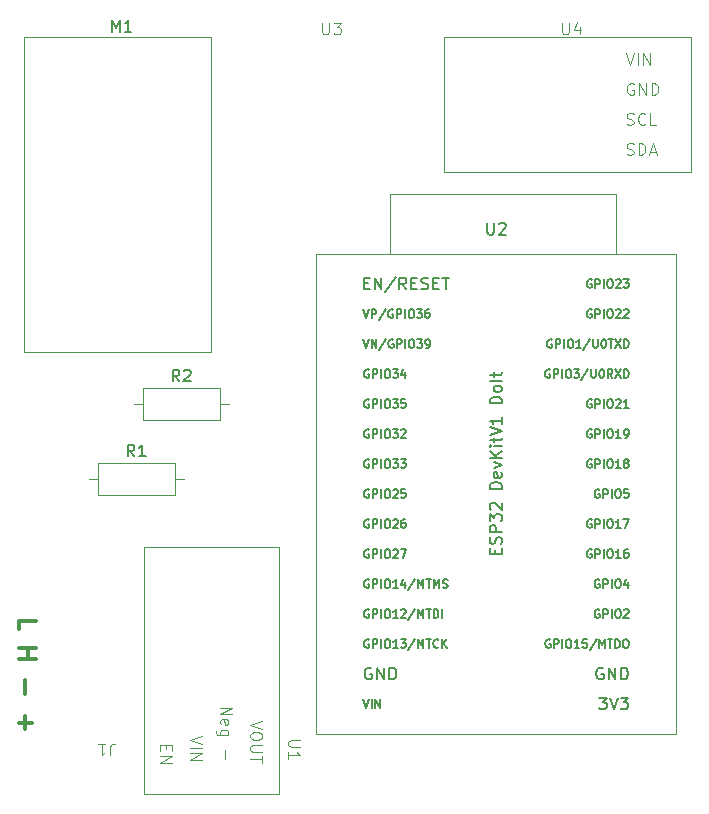
<source format=gbr>
%TF.GenerationSoftware,KiCad,Pcbnew,7.0.7*%
%TF.CreationDate,2023-11-02T18:32:29-06:00*%
%TF.ProjectId,BatteryMeter,42617474-6572-4794-9d65-7465722e6b69,rev?*%
%TF.SameCoordinates,Original*%
%TF.FileFunction,Legend,Top*%
%TF.FilePolarity,Positive*%
%FSLAX46Y46*%
G04 Gerber Fmt 4.6, Leading zero omitted, Abs format (unit mm)*
G04 Created by KiCad (PCBNEW 7.0.7) date 2023-11-02 18:32:29*
%MOMM*%
%LPD*%
G01*
G04 APERTURE LIST*
%ADD10C,0.300000*%
%ADD11C,0.100000*%
%ADD12C,0.150000*%
%ADD13C,0.120000*%
G04 APERTURE END LIST*
D10*
X133549171Y-101598796D02*
X133549171Y-100884510D01*
X133549171Y-100884510D02*
X135049171Y-100884510D01*
X133549171Y-103241653D02*
X135049171Y-103241653D01*
X134334885Y-103241653D02*
X134334885Y-104098796D01*
X133549171Y-104098796D02*
X135049171Y-104098796D01*
X134120600Y-105955939D02*
X134120600Y-107098797D01*
X134120600Y-108955939D02*
X134120600Y-110098797D01*
X133549171Y-109527368D02*
X134692028Y-109527368D01*
D11*
X159258095Y-50257419D02*
X159258095Y-51066942D01*
X159258095Y-51066942D02*
X159305714Y-51162180D01*
X159305714Y-51162180D02*
X159353333Y-51209800D01*
X159353333Y-51209800D02*
X159448571Y-51257419D01*
X159448571Y-51257419D02*
X159639047Y-51257419D01*
X159639047Y-51257419D02*
X159734285Y-51209800D01*
X159734285Y-51209800D02*
X159781904Y-51162180D01*
X159781904Y-51162180D02*
X159829523Y-51066942D01*
X159829523Y-51066942D02*
X159829523Y-50257419D01*
X160210476Y-50257419D02*
X160829523Y-50257419D01*
X160829523Y-50257419D02*
X160496190Y-50638371D01*
X160496190Y-50638371D02*
X160639047Y-50638371D01*
X160639047Y-50638371D02*
X160734285Y-50685990D01*
X160734285Y-50685990D02*
X160781904Y-50733609D01*
X160781904Y-50733609D02*
X160829523Y-50828847D01*
X160829523Y-50828847D02*
X160829523Y-51066942D01*
X160829523Y-51066942D02*
X160781904Y-51162180D01*
X160781904Y-51162180D02*
X160734285Y-51209800D01*
X160734285Y-51209800D02*
X160639047Y-51257419D01*
X160639047Y-51257419D02*
X160353333Y-51257419D01*
X160353333Y-51257419D02*
X160258095Y-51209800D01*
X160258095Y-51209800D02*
X160210476Y-51162180D01*
D12*
X173228095Y-67204819D02*
X173228095Y-68014342D01*
X173228095Y-68014342D02*
X173275714Y-68109580D01*
X173275714Y-68109580D02*
X173323333Y-68157200D01*
X173323333Y-68157200D02*
X173418571Y-68204819D01*
X173418571Y-68204819D02*
X173609047Y-68204819D01*
X173609047Y-68204819D02*
X173704285Y-68157200D01*
X173704285Y-68157200D02*
X173751904Y-68109580D01*
X173751904Y-68109580D02*
X173799523Y-68014342D01*
X173799523Y-68014342D02*
X173799523Y-67204819D01*
X174228095Y-67300057D02*
X174275714Y-67252438D01*
X174275714Y-67252438D02*
X174370952Y-67204819D01*
X174370952Y-67204819D02*
X174609047Y-67204819D01*
X174609047Y-67204819D02*
X174704285Y-67252438D01*
X174704285Y-67252438D02*
X174751904Y-67300057D01*
X174751904Y-67300057D02*
X174799523Y-67395295D01*
X174799523Y-67395295D02*
X174799523Y-67490533D01*
X174799523Y-67490533D02*
X174751904Y-67633390D01*
X174751904Y-67633390D02*
X174180476Y-68204819D01*
X174180476Y-68204819D02*
X174799523Y-68204819D01*
X173921009Y-95249047D02*
X173921009Y-94915714D01*
X174444819Y-94772857D02*
X174444819Y-95249047D01*
X174444819Y-95249047D02*
X173444819Y-95249047D01*
X173444819Y-95249047D02*
X173444819Y-94772857D01*
X174397200Y-94391904D02*
X174444819Y-94249047D01*
X174444819Y-94249047D02*
X174444819Y-94010952D01*
X174444819Y-94010952D02*
X174397200Y-93915714D01*
X174397200Y-93915714D02*
X174349580Y-93868095D01*
X174349580Y-93868095D02*
X174254342Y-93820476D01*
X174254342Y-93820476D02*
X174159104Y-93820476D01*
X174159104Y-93820476D02*
X174063866Y-93868095D01*
X174063866Y-93868095D02*
X174016247Y-93915714D01*
X174016247Y-93915714D02*
X173968628Y-94010952D01*
X173968628Y-94010952D02*
X173921009Y-94201428D01*
X173921009Y-94201428D02*
X173873390Y-94296666D01*
X173873390Y-94296666D02*
X173825771Y-94344285D01*
X173825771Y-94344285D02*
X173730533Y-94391904D01*
X173730533Y-94391904D02*
X173635295Y-94391904D01*
X173635295Y-94391904D02*
X173540057Y-94344285D01*
X173540057Y-94344285D02*
X173492438Y-94296666D01*
X173492438Y-94296666D02*
X173444819Y-94201428D01*
X173444819Y-94201428D02*
X173444819Y-93963333D01*
X173444819Y-93963333D02*
X173492438Y-93820476D01*
X174444819Y-93391904D02*
X173444819Y-93391904D01*
X173444819Y-93391904D02*
X173444819Y-93010952D01*
X173444819Y-93010952D02*
X173492438Y-92915714D01*
X173492438Y-92915714D02*
X173540057Y-92868095D01*
X173540057Y-92868095D02*
X173635295Y-92820476D01*
X173635295Y-92820476D02*
X173778152Y-92820476D01*
X173778152Y-92820476D02*
X173873390Y-92868095D01*
X173873390Y-92868095D02*
X173921009Y-92915714D01*
X173921009Y-92915714D02*
X173968628Y-93010952D01*
X173968628Y-93010952D02*
X173968628Y-93391904D01*
X173444819Y-92487142D02*
X173444819Y-91868095D01*
X173444819Y-91868095D02*
X173825771Y-92201428D01*
X173825771Y-92201428D02*
X173825771Y-92058571D01*
X173825771Y-92058571D02*
X173873390Y-91963333D01*
X173873390Y-91963333D02*
X173921009Y-91915714D01*
X173921009Y-91915714D02*
X174016247Y-91868095D01*
X174016247Y-91868095D02*
X174254342Y-91868095D01*
X174254342Y-91868095D02*
X174349580Y-91915714D01*
X174349580Y-91915714D02*
X174397200Y-91963333D01*
X174397200Y-91963333D02*
X174444819Y-92058571D01*
X174444819Y-92058571D02*
X174444819Y-92344285D01*
X174444819Y-92344285D02*
X174397200Y-92439523D01*
X174397200Y-92439523D02*
X174349580Y-92487142D01*
X173540057Y-91487142D02*
X173492438Y-91439523D01*
X173492438Y-91439523D02*
X173444819Y-91344285D01*
X173444819Y-91344285D02*
X173444819Y-91106190D01*
X173444819Y-91106190D02*
X173492438Y-91010952D01*
X173492438Y-91010952D02*
X173540057Y-90963333D01*
X173540057Y-90963333D02*
X173635295Y-90915714D01*
X173635295Y-90915714D02*
X173730533Y-90915714D01*
X173730533Y-90915714D02*
X173873390Y-90963333D01*
X173873390Y-90963333D02*
X174444819Y-91534761D01*
X174444819Y-91534761D02*
X174444819Y-90915714D01*
X174444819Y-89725237D02*
X173444819Y-89725237D01*
X173444819Y-89725237D02*
X173444819Y-89487142D01*
X173444819Y-89487142D02*
X173492438Y-89344285D01*
X173492438Y-89344285D02*
X173587676Y-89249047D01*
X173587676Y-89249047D02*
X173682914Y-89201428D01*
X173682914Y-89201428D02*
X173873390Y-89153809D01*
X173873390Y-89153809D02*
X174016247Y-89153809D01*
X174016247Y-89153809D02*
X174206723Y-89201428D01*
X174206723Y-89201428D02*
X174301961Y-89249047D01*
X174301961Y-89249047D02*
X174397200Y-89344285D01*
X174397200Y-89344285D02*
X174444819Y-89487142D01*
X174444819Y-89487142D02*
X174444819Y-89725237D01*
X174397200Y-88344285D02*
X174444819Y-88439523D01*
X174444819Y-88439523D02*
X174444819Y-88629999D01*
X174444819Y-88629999D02*
X174397200Y-88725237D01*
X174397200Y-88725237D02*
X174301961Y-88772856D01*
X174301961Y-88772856D02*
X173921009Y-88772856D01*
X173921009Y-88772856D02*
X173825771Y-88725237D01*
X173825771Y-88725237D02*
X173778152Y-88629999D01*
X173778152Y-88629999D02*
X173778152Y-88439523D01*
X173778152Y-88439523D02*
X173825771Y-88344285D01*
X173825771Y-88344285D02*
X173921009Y-88296666D01*
X173921009Y-88296666D02*
X174016247Y-88296666D01*
X174016247Y-88296666D02*
X174111485Y-88772856D01*
X173778152Y-87963332D02*
X174444819Y-87725237D01*
X174444819Y-87725237D02*
X173778152Y-87487142D01*
X174444819Y-87106189D02*
X173444819Y-87106189D01*
X174444819Y-86534761D02*
X173873390Y-86963332D01*
X173444819Y-86534761D02*
X174016247Y-87106189D01*
X174444819Y-86106189D02*
X173778152Y-86106189D01*
X173444819Y-86106189D02*
X173492438Y-86153808D01*
X173492438Y-86153808D02*
X173540057Y-86106189D01*
X173540057Y-86106189D02*
X173492438Y-86058570D01*
X173492438Y-86058570D02*
X173444819Y-86106189D01*
X173444819Y-86106189D02*
X173540057Y-86106189D01*
X173778152Y-85772856D02*
X173778152Y-85391904D01*
X173444819Y-85629999D02*
X174301961Y-85629999D01*
X174301961Y-85629999D02*
X174397200Y-85582380D01*
X174397200Y-85582380D02*
X174444819Y-85487142D01*
X174444819Y-85487142D02*
X174444819Y-85391904D01*
X173444819Y-85201427D02*
X174444819Y-84868094D01*
X174444819Y-84868094D02*
X173444819Y-84534761D01*
X174444819Y-83677618D02*
X174444819Y-84249046D01*
X174444819Y-83963332D02*
X173444819Y-83963332D01*
X173444819Y-83963332D02*
X173587676Y-84058570D01*
X173587676Y-84058570D02*
X173682914Y-84153808D01*
X173682914Y-84153808D02*
X173730533Y-84249046D01*
X174444819Y-82487141D02*
X173444819Y-82487141D01*
X173444819Y-82487141D02*
X173444819Y-82249046D01*
X173444819Y-82249046D02*
X173492438Y-82106189D01*
X173492438Y-82106189D02*
X173587676Y-82010951D01*
X173587676Y-82010951D02*
X173682914Y-81963332D01*
X173682914Y-81963332D02*
X173873390Y-81915713D01*
X173873390Y-81915713D02*
X174016247Y-81915713D01*
X174016247Y-81915713D02*
X174206723Y-81963332D01*
X174206723Y-81963332D02*
X174301961Y-82010951D01*
X174301961Y-82010951D02*
X174397200Y-82106189D01*
X174397200Y-82106189D02*
X174444819Y-82249046D01*
X174444819Y-82249046D02*
X174444819Y-82487141D01*
X174444819Y-81344284D02*
X174397200Y-81439522D01*
X174397200Y-81439522D02*
X174349580Y-81487141D01*
X174349580Y-81487141D02*
X174254342Y-81534760D01*
X174254342Y-81534760D02*
X173968628Y-81534760D01*
X173968628Y-81534760D02*
X173873390Y-81487141D01*
X173873390Y-81487141D02*
X173825771Y-81439522D01*
X173825771Y-81439522D02*
X173778152Y-81344284D01*
X173778152Y-81344284D02*
X173778152Y-81201427D01*
X173778152Y-81201427D02*
X173825771Y-81106189D01*
X173825771Y-81106189D02*
X173873390Y-81058570D01*
X173873390Y-81058570D02*
X173968628Y-81010951D01*
X173968628Y-81010951D02*
X174254342Y-81010951D01*
X174254342Y-81010951D02*
X174349580Y-81058570D01*
X174349580Y-81058570D02*
X174397200Y-81106189D01*
X174397200Y-81106189D02*
X174444819Y-81201427D01*
X174444819Y-81201427D02*
X174444819Y-81344284D01*
X174444819Y-80582379D02*
X173444819Y-80582379D01*
X173778152Y-80249046D02*
X173778152Y-79868094D01*
X173444819Y-80106189D02*
X174301961Y-80106189D01*
X174301961Y-80106189D02*
X174397200Y-80058570D01*
X174397200Y-80058570D02*
X174444819Y-79963332D01*
X174444819Y-79963332D02*
X174444819Y-79868094D01*
X182721316Y-99979366D02*
X182654649Y-99946033D01*
X182654649Y-99946033D02*
X182554649Y-99946033D01*
X182554649Y-99946033D02*
X182454649Y-99979366D01*
X182454649Y-99979366D02*
X182387983Y-100046033D01*
X182387983Y-100046033D02*
X182354649Y-100112700D01*
X182354649Y-100112700D02*
X182321316Y-100246033D01*
X182321316Y-100246033D02*
X182321316Y-100346033D01*
X182321316Y-100346033D02*
X182354649Y-100479366D01*
X182354649Y-100479366D02*
X182387983Y-100546033D01*
X182387983Y-100546033D02*
X182454649Y-100612700D01*
X182454649Y-100612700D02*
X182554649Y-100646033D01*
X182554649Y-100646033D02*
X182621316Y-100646033D01*
X182621316Y-100646033D02*
X182721316Y-100612700D01*
X182721316Y-100612700D02*
X182754649Y-100579366D01*
X182754649Y-100579366D02*
X182754649Y-100346033D01*
X182754649Y-100346033D02*
X182621316Y-100346033D01*
X183054649Y-100646033D02*
X183054649Y-99946033D01*
X183054649Y-99946033D02*
X183321316Y-99946033D01*
X183321316Y-99946033D02*
X183387983Y-99979366D01*
X183387983Y-99979366D02*
X183421316Y-100012700D01*
X183421316Y-100012700D02*
X183454649Y-100079366D01*
X183454649Y-100079366D02*
X183454649Y-100179366D01*
X183454649Y-100179366D02*
X183421316Y-100246033D01*
X183421316Y-100246033D02*
X183387983Y-100279366D01*
X183387983Y-100279366D02*
X183321316Y-100312700D01*
X183321316Y-100312700D02*
X183054649Y-100312700D01*
X183754649Y-100646033D02*
X183754649Y-99946033D01*
X184221316Y-99946033D02*
X184354649Y-99946033D01*
X184354649Y-99946033D02*
X184421316Y-99979366D01*
X184421316Y-99979366D02*
X184487982Y-100046033D01*
X184487982Y-100046033D02*
X184521316Y-100179366D01*
X184521316Y-100179366D02*
X184521316Y-100412700D01*
X184521316Y-100412700D02*
X184487982Y-100546033D01*
X184487982Y-100546033D02*
X184421316Y-100612700D01*
X184421316Y-100612700D02*
X184354649Y-100646033D01*
X184354649Y-100646033D02*
X184221316Y-100646033D01*
X184221316Y-100646033D02*
X184154649Y-100612700D01*
X184154649Y-100612700D02*
X184087982Y-100546033D01*
X184087982Y-100546033D02*
X184054649Y-100412700D01*
X184054649Y-100412700D02*
X184054649Y-100179366D01*
X184054649Y-100179366D02*
X184087982Y-100046033D01*
X184087982Y-100046033D02*
X184154649Y-99979366D01*
X184154649Y-99979366D02*
X184221316Y-99946033D01*
X184787982Y-100012700D02*
X184821315Y-99979366D01*
X184821315Y-99979366D02*
X184887982Y-99946033D01*
X184887982Y-99946033D02*
X185054649Y-99946033D01*
X185054649Y-99946033D02*
X185121315Y-99979366D01*
X185121315Y-99979366D02*
X185154649Y-100012700D01*
X185154649Y-100012700D02*
X185187982Y-100079366D01*
X185187982Y-100079366D02*
X185187982Y-100146033D01*
X185187982Y-100146033D02*
X185154649Y-100246033D01*
X185154649Y-100246033D02*
X184754649Y-100646033D01*
X184754649Y-100646033D02*
X185187982Y-100646033D01*
X162725350Y-77086033D02*
X162958684Y-77786033D01*
X162958684Y-77786033D02*
X163192017Y-77086033D01*
X163425350Y-77786033D02*
X163425350Y-77086033D01*
X163425350Y-77086033D02*
X163825350Y-77786033D01*
X163825350Y-77786033D02*
X163825350Y-77086033D01*
X164658683Y-77052700D02*
X164058683Y-77952700D01*
X165258683Y-77119366D02*
X165192016Y-77086033D01*
X165192016Y-77086033D02*
X165092016Y-77086033D01*
X165092016Y-77086033D02*
X164992016Y-77119366D01*
X164992016Y-77119366D02*
X164925350Y-77186033D01*
X164925350Y-77186033D02*
X164892016Y-77252700D01*
X164892016Y-77252700D02*
X164858683Y-77386033D01*
X164858683Y-77386033D02*
X164858683Y-77486033D01*
X164858683Y-77486033D02*
X164892016Y-77619366D01*
X164892016Y-77619366D02*
X164925350Y-77686033D01*
X164925350Y-77686033D02*
X164992016Y-77752700D01*
X164992016Y-77752700D02*
X165092016Y-77786033D01*
X165092016Y-77786033D02*
X165158683Y-77786033D01*
X165158683Y-77786033D02*
X165258683Y-77752700D01*
X165258683Y-77752700D02*
X165292016Y-77719366D01*
X165292016Y-77719366D02*
X165292016Y-77486033D01*
X165292016Y-77486033D02*
X165158683Y-77486033D01*
X165592016Y-77786033D02*
X165592016Y-77086033D01*
X165592016Y-77086033D02*
X165858683Y-77086033D01*
X165858683Y-77086033D02*
X165925350Y-77119366D01*
X165925350Y-77119366D02*
X165958683Y-77152700D01*
X165958683Y-77152700D02*
X165992016Y-77219366D01*
X165992016Y-77219366D02*
X165992016Y-77319366D01*
X165992016Y-77319366D02*
X165958683Y-77386033D01*
X165958683Y-77386033D02*
X165925350Y-77419366D01*
X165925350Y-77419366D02*
X165858683Y-77452700D01*
X165858683Y-77452700D02*
X165592016Y-77452700D01*
X166292016Y-77786033D02*
X166292016Y-77086033D01*
X166758683Y-77086033D02*
X166892016Y-77086033D01*
X166892016Y-77086033D02*
X166958683Y-77119366D01*
X166958683Y-77119366D02*
X167025349Y-77186033D01*
X167025349Y-77186033D02*
X167058683Y-77319366D01*
X167058683Y-77319366D02*
X167058683Y-77552700D01*
X167058683Y-77552700D02*
X167025349Y-77686033D01*
X167025349Y-77686033D02*
X166958683Y-77752700D01*
X166958683Y-77752700D02*
X166892016Y-77786033D01*
X166892016Y-77786033D02*
X166758683Y-77786033D01*
X166758683Y-77786033D02*
X166692016Y-77752700D01*
X166692016Y-77752700D02*
X166625349Y-77686033D01*
X166625349Y-77686033D02*
X166592016Y-77552700D01*
X166592016Y-77552700D02*
X166592016Y-77319366D01*
X166592016Y-77319366D02*
X166625349Y-77186033D01*
X166625349Y-77186033D02*
X166692016Y-77119366D01*
X166692016Y-77119366D02*
X166758683Y-77086033D01*
X167292016Y-77086033D02*
X167725349Y-77086033D01*
X167725349Y-77086033D02*
X167492016Y-77352700D01*
X167492016Y-77352700D02*
X167592016Y-77352700D01*
X167592016Y-77352700D02*
X167658682Y-77386033D01*
X167658682Y-77386033D02*
X167692016Y-77419366D01*
X167692016Y-77419366D02*
X167725349Y-77486033D01*
X167725349Y-77486033D02*
X167725349Y-77652700D01*
X167725349Y-77652700D02*
X167692016Y-77719366D01*
X167692016Y-77719366D02*
X167658682Y-77752700D01*
X167658682Y-77752700D02*
X167592016Y-77786033D01*
X167592016Y-77786033D02*
X167392016Y-77786033D01*
X167392016Y-77786033D02*
X167325349Y-77752700D01*
X167325349Y-77752700D02*
X167292016Y-77719366D01*
X168058683Y-77786033D02*
X168192016Y-77786033D01*
X168192016Y-77786033D02*
X168258683Y-77752700D01*
X168258683Y-77752700D02*
X168292016Y-77719366D01*
X168292016Y-77719366D02*
X168358683Y-77619366D01*
X168358683Y-77619366D02*
X168392016Y-77486033D01*
X168392016Y-77486033D02*
X168392016Y-77219366D01*
X168392016Y-77219366D02*
X168358683Y-77152700D01*
X168358683Y-77152700D02*
X168325349Y-77119366D01*
X168325349Y-77119366D02*
X168258683Y-77086033D01*
X168258683Y-77086033D02*
X168125349Y-77086033D01*
X168125349Y-77086033D02*
X168058683Y-77119366D01*
X168058683Y-77119366D02*
X168025349Y-77152700D01*
X168025349Y-77152700D02*
X167992016Y-77219366D01*
X167992016Y-77219366D02*
X167992016Y-77386033D01*
X167992016Y-77386033D02*
X168025349Y-77452700D01*
X168025349Y-77452700D02*
X168058683Y-77486033D01*
X168058683Y-77486033D02*
X168125349Y-77519366D01*
X168125349Y-77519366D02*
X168258683Y-77519366D01*
X168258683Y-77519366D02*
X168325349Y-77486033D01*
X168325349Y-77486033D02*
X168358683Y-77452700D01*
X168358683Y-77452700D02*
X168392016Y-77386033D01*
X163192017Y-102519366D02*
X163125350Y-102486033D01*
X163125350Y-102486033D02*
X163025350Y-102486033D01*
X163025350Y-102486033D02*
X162925350Y-102519366D01*
X162925350Y-102519366D02*
X162858684Y-102586033D01*
X162858684Y-102586033D02*
X162825350Y-102652700D01*
X162825350Y-102652700D02*
X162792017Y-102786033D01*
X162792017Y-102786033D02*
X162792017Y-102886033D01*
X162792017Y-102886033D02*
X162825350Y-103019366D01*
X162825350Y-103019366D02*
X162858684Y-103086033D01*
X162858684Y-103086033D02*
X162925350Y-103152700D01*
X162925350Y-103152700D02*
X163025350Y-103186033D01*
X163025350Y-103186033D02*
X163092017Y-103186033D01*
X163092017Y-103186033D02*
X163192017Y-103152700D01*
X163192017Y-103152700D02*
X163225350Y-103119366D01*
X163225350Y-103119366D02*
X163225350Y-102886033D01*
X163225350Y-102886033D02*
X163092017Y-102886033D01*
X163525350Y-103186033D02*
X163525350Y-102486033D01*
X163525350Y-102486033D02*
X163792017Y-102486033D01*
X163792017Y-102486033D02*
X163858684Y-102519366D01*
X163858684Y-102519366D02*
X163892017Y-102552700D01*
X163892017Y-102552700D02*
X163925350Y-102619366D01*
X163925350Y-102619366D02*
X163925350Y-102719366D01*
X163925350Y-102719366D02*
X163892017Y-102786033D01*
X163892017Y-102786033D02*
X163858684Y-102819366D01*
X163858684Y-102819366D02*
X163792017Y-102852700D01*
X163792017Y-102852700D02*
X163525350Y-102852700D01*
X164225350Y-103186033D02*
X164225350Y-102486033D01*
X164692017Y-102486033D02*
X164825350Y-102486033D01*
X164825350Y-102486033D02*
X164892017Y-102519366D01*
X164892017Y-102519366D02*
X164958683Y-102586033D01*
X164958683Y-102586033D02*
X164992017Y-102719366D01*
X164992017Y-102719366D02*
X164992017Y-102952700D01*
X164992017Y-102952700D02*
X164958683Y-103086033D01*
X164958683Y-103086033D02*
X164892017Y-103152700D01*
X164892017Y-103152700D02*
X164825350Y-103186033D01*
X164825350Y-103186033D02*
X164692017Y-103186033D01*
X164692017Y-103186033D02*
X164625350Y-103152700D01*
X164625350Y-103152700D02*
X164558683Y-103086033D01*
X164558683Y-103086033D02*
X164525350Y-102952700D01*
X164525350Y-102952700D02*
X164525350Y-102719366D01*
X164525350Y-102719366D02*
X164558683Y-102586033D01*
X164558683Y-102586033D02*
X164625350Y-102519366D01*
X164625350Y-102519366D02*
X164692017Y-102486033D01*
X165658683Y-103186033D02*
X165258683Y-103186033D01*
X165458683Y-103186033D02*
X165458683Y-102486033D01*
X165458683Y-102486033D02*
X165392016Y-102586033D01*
X165392016Y-102586033D02*
X165325350Y-102652700D01*
X165325350Y-102652700D02*
X165258683Y-102686033D01*
X165892017Y-102486033D02*
X166325350Y-102486033D01*
X166325350Y-102486033D02*
X166092017Y-102752700D01*
X166092017Y-102752700D02*
X166192017Y-102752700D01*
X166192017Y-102752700D02*
X166258683Y-102786033D01*
X166258683Y-102786033D02*
X166292017Y-102819366D01*
X166292017Y-102819366D02*
X166325350Y-102886033D01*
X166325350Y-102886033D02*
X166325350Y-103052700D01*
X166325350Y-103052700D02*
X166292017Y-103119366D01*
X166292017Y-103119366D02*
X166258683Y-103152700D01*
X166258683Y-103152700D02*
X166192017Y-103186033D01*
X166192017Y-103186033D02*
X165992017Y-103186033D01*
X165992017Y-103186033D02*
X165925350Y-103152700D01*
X165925350Y-103152700D02*
X165892017Y-103119366D01*
X167125350Y-102452700D02*
X166525350Y-103352700D01*
X167358683Y-103186033D02*
X167358683Y-102486033D01*
X167358683Y-102486033D02*
X167592017Y-102986033D01*
X167592017Y-102986033D02*
X167825350Y-102486033D01*
X167825350Y-102486033D02*
X167825350Y-103186033D01*
X168058683Y-102486033D02*
X168458683Y-102486033D01*
X168258683Y-103186033D02*
X168258683Y-102486033D01*
X169092016Y-103119366D02*
X169058683Y-103152700D01*
X169058683Y-103152700D02*
X168958683Y-103186033D01*
X168958683Y-103186033D02*
X168892016Y-103186033D01*
X168892016Y-103186033D02*
X168792016Y-103152700D01*
X168792016Y-103152700D02*
X168725350Y-103086033D01*
X168725350Y-103086033D02*
X168692016Y-103019366D01*
X168692016Y-103019366D02*
X168658683Y-102886033D01*
X168658683Y-102886033D02*
X168658683Y-102786033D01*
X168658683Y-102786033D02*
X168692016Y-102652700D01*
X168692016Y-102652700D02*
X168725350Y-102586033D01*
X168725350Y-102586033D02*
X168792016Y-102519366D01*
X168792016Y-102519366D02*
X168892016Y-102486033D01*
X168892016Y-102486033D02*
X168958683Y-102486033D01*
X168958683Y-102486033D02*
X169058683Y-102519366D01*
X169058683Y-102519366D02*
X169092016Y-102552700D01*
X169392016Y-103186033D02*
X169392016Y-102486033D01*
X169792016Y-103186033D02*
X169492016Y-102786033D01*
X169792016Y-102486033D02*
X169392016Y-102886033D01*
X182054649Y-74579366D02*
X181987982Y-74546033D01*
X181987982Y-74546033D02*
X181887982Y-74546033D01*
X181887982Y-74546033D02*
X181787982Y-74579366D01*
X181787982Y-74579366D02*
X181721316Y-74646033D01*
X181721316Y-74646033D02*
X181687982Y-74712700D01*
X181687982Y-74712700D02*
X181654649Y-74846033D01*
X181654649Y-74846033D02*
X181654649Y-74946033D01*
X181654649Y-74946033D02*
X181687982Y-75079366D01*
X181687982Y-75079366D02*
X181721316Y-75146033D01*
X181721316Y-75146033D02*
X181787982Y-75212700D01*
X181787982Y-75212700D02*
X181887982Y-75246033D01*
X181887982Y-75246033D02*
X181954649Y-75246033D01*
X181954649Y-75246033D02*
X182054649Y-75212700D01*
X182054649Y-75212700D02*
X182087982Y-75179366D01*
X182087982Y-75179366D02*
X182087982Y-74946033D01*
X182087982Y-74946033D02*
X181954649Y-74946033D01*
X182387982Y-75246033D02*
X182387982Y-74546033D01*
X182387982Y-74546033D02*
X182654649Y-74546033D01*
X182654649Y-74546033D02*
X182721316Y-74579366D01*
X182721316Y-74579366D02*
X182754649Y-74612700D01*
X182754649Y-74612700D02*
X182787982Y-74679366D01*
X182787982Y-74679366D02*
X182787982Y-74779366D01*
X182787982Y-74779366D02*
X182754649Y-74846033D01*
X182754649Y-74846033D02*
X182721316Y-74879366D01*
X182721316Y-74879366D02*
X182654649Y-74912700D01*
X182654649Y-74912700D02*
X182387982Y-74912700D01*
X183087982Y-75246033D02*
X183087982Y-74546033D01*
X183554649Y-74546033D02*
X183687982Y-74546033D01*
X183687982Y-74546033D02*
X183754649Y-74579366D01*
X183754649Y-74579366D02*
X183821315Y-74646033D01*
X183821315Y-74646033D02*
X183854649Y-74779366D01*
X183854649Y-74779366D02*
X183854649Y-75012700D01*
X183854649Y-75012700D02*
X183821315Y-75146033D01*
X183821315Y-75146033D02*
X183754649Y-75212700D01*
X183754649Y-75212700D02*
X183687982Y-75246033D01*
X183687982Y-75246033D02*
X183554649Y-75246033D01*
X183554649Y-75246033D02*
X183487982Y-75212700D01*
X183487982Y-75212700D02*
X183421315Y-75146033D01*
X183421315Y-75146033D02*
X183387982Y-75012700D01*
X183387982Y-75012700D02*
X183387982Y-74779366D01*
X183387982Y-74779366D02*
X183421315Y-74646033D01*
X183421315Y-74646033D02*
X183487982Y-74579366D01*
X183487982Y-74579366D02*
X183554649Y-74546033D01*
X184121315Y-74612700D02*
X184154648Y-74579366D01*
X184154648Y-74579366D02*
X184221315Y-74546033D01*
X184221315Y-74546033D02*
X184387982Y-74546033D01*
X184387982Y-74546033D02*
X184454648Y-74579366D01*
X184454648Y-74579366D02*
X184487982Y-74612700D01*
X184487982Y-74612700D02*
X184521315Y-74679366D01*
X184521315Y-74679366D02*
X184521315Y-74746033D01*
X184521315Y-74746033D02*
X184487982Y-74846033D01*
X184487982Y-74846033D02*
X184087982Y-75246033D01*
X184087982Y-75246033D02*
X184521315Y-75246033D01*
X184787982Y-74612700D02*
X184821315Y-74579366D01*
X184821315Y-74579366D02*
X184887982Y-74546033D01*
X184887982Y-74546033D02*
X185054649Y-74546033D01*
X185054649Y-74546033D02*
X185121315Y-74579366D01*
X185121315Y-74579366D02*
X185154649Y-74612700D01*
X185154649Y-74612700D02*
X185187982Y-74679366D01*
X185187982Y-74679366D02*
X185187982Y-74746033D01*
X185187982Y-74746033D02*
X185154649Y-74846033D01*
X185154649Y-74846033D02*
X184754649Y-75246033D01*
X184754649Y-75246033D02*
X185187982Y-75246033D01*
X163420588Y-104912438D02*
X163325350Y-104864819D01*
X163325350Y-104864819D02*
X163182493Y-104864819D01*
X163182493Y-104864819D02*
X163039636Y-104912438D01*
X163039636Y-104912438D02*
X162944398Y-105007676D01*
X162944398Y-105007676D02*
X162896779Y-105102914D01*
X162896779Y-105102914D02*
X162849160Y-105293390D01*
X162849160Y-105293390D02*
X162849160Y-105436247D01*
X162849160Y-105436247D02*
X162896779Y-105626723D01*
X162896779Y-105626723D02*
X162944398Y-105721961D01*
X162944398Y-105721961D02*
X163039636Y-105817200D01*
X163039636Y-105817200D02*
X163182493Y-105864819D01*
X163182493Y-105864819D02*
X163277731Y-105864819D01*
X163277731Y-105864819D02*
X163420588Y-105817200D01*
X163420588Y-105817200D02*
X163468207Y-105769580D01*
X163468207Y-105769580D02*
X163468207Y-105436247D01*
X163468207Y-105436247D02*
X163277731Y-105436247D01*
X163896779Y-105864819D02*
X163896779Y-104864819D01*
X163896779Y-104864819D02*
X164468207Y-105864819D01*
X164468207Y-105864819D02*
X164468207Y-104864819D01*
X164944398Y-105864819D02*
X164944398Y-104864819D01*
X164944398Y-104864819D02*
X165182493Y-104864819D01*
X165182493Y-104864819D02*
X165325350Y-104912438D01*
X165325350Y-104912438D02*
X165420588Y-105007676D01*
X165420588Y-105007676D02*
X165468207Y-105102914D01*
X165468207Y-105102914D02*
X165515826Y-105293390D01*
X165515826Y-105293390D02*
X165515826Y-105436247D01*
X165515826Y-105436247D02*
X165468207Y-105626723D01*
X165468207Y-105626723D02*
X165420588Y-105721961D01*
X165420588Y-105721961D02*
X165325350Y-105817200D01*
X165325350Y-105817200D02*
X165182493Y-105864819D01*
X165182493Y-105864819D02*
X164944398Y-105864819D01*
X163192017Y-84739366D02*
X163125350Y-84706033D01*
X163125350Y-84706033D02*
X163025350Y-84706033D01*
X163025350Y-84706033D02*
X162925350Y-84739366D01*
X162925350Y-84739366D02*
X162858684Y-84806033D01*
X162858684Y-84806033D02*
X162825350Y-84872700D01*
X162825350Y-84872700D02*
X162792017Y-85006033D01*
X162792017Y-85006033D02*
X162792017Y-85106033D01*
X162792017Y-85106033D02*
X162825350Y-85239366D01*
X162825350Y-85239366D02*
X162858684Y-85306033D01*
X162858684Y-85306033D02*
X162925350Y-85372700D01*
X162925350Y-85372700D02*
X163025350Y-85406033D01*
X163025350Y-85406033D02*
X163092017Y-85406033D01*
X163092017Y-85406033D02*
X163192017Y-85372700D01*
X163192017Y-85372700D02*
X163225350Y-85339366D01*
X163225350Y-85339366D02*
X163225350Y-85106033D01*
X163225350Y-85106033D02*
X163092017Y-85106033D01*
X163525350Y-85406033D02*
X163525350Y-84706033D01*
X163525350Y-84706033D02*
X163792017Y-84706033D01*
X163792017Y-84706033D02*
X163858684Y-84739366D01*
X163858684Y-84739366D02*
X163892017Y-84772700D01*
X163892017Y-84772700D02*
X163925350Y-84839366D01*
X163925350Y-84839366D02*
X163925350Y-84939366D01*
X163925350Y-84939366D02*
X163892017Y-85006033D01*
X163892017Y-85006033D02*
X163858684Y-85039366D01*
X163858684Y-85039366D02*
X163792017Y-85072700D01*
X163792017Y-85072700D02*
X163525350Y-85072700D01*
X164225350Y-85406033D02*
X164225350Y-84706033D01*
X164692017Y-84706033D02*
X164825350Y-84706033D01*
X164825350Y-84706033D02*
X164892017Y-84739366D01*
X164892017Y-84739366D02*
X164958683Y-84806033D01*
X164958683Y-84806033D02*
X164992017Y-84939366D01*
X164992017Y-84939366D02*
X164992017Y-85172700D01*
X164992017Y-85172700D02*
X164958683Y-85306033D01*
X164958683Y-85306033D02*
X164892017Y-85372700D01*
X164892017Y-85372700D02*
X164825350Y-85406033D01*
X164825350Y-85406033D02*
X164692017Y-85406033D01*
X164692017Y-85406033D02*
X164625350Y-85372700D01*
X164625350Y-85372700D02*
X164558683Y-85306033D01*
X164558683Y-85306033D02*
X164525350Y-85172700D01*
X164525350Y-85172700D02*
X164525350Y-84939366D01*
X164525350Y-84939366D02*
X164558683Y-84806033D01*
X164558683Y-84806033D02*
X164625350Y-84739366D01*
X164625350Y-84739366D02*
X164692017Y-84706033D01*
X165225350Y-84706033D02*
X165658683Y-84706033D01*
X165658683Y-84706033D02*
X165425350Y-84972700D01*
X165425350Y-84972700D02*
X165525350Y-84972700D01*
X165525350Y-84972700D02*
X165592016Y-85006033D01*
X165592016Y-85006033D02*
X165625350Y-85039366D01*
X165625350Y-85039366D02*
X165658683Y-85106033D01*
X165658683Y-85106033D02*
X165658683Y-85272700D01*
X165658683Y-85272700D02*
X165625350Y-85339366D01*
X165625350Y-85339366D02*
X165592016Y-85372700D01*
X165592016Y-85372700D02*
X165525350Y-85406033D01*
X165525350Y-85406033D02*
X165325350Y-85406033D01*
X165325350Y-85406033D02*
X165258683Y-85372700D01*
X165258683Y-85372700D02*
X165225350Y-85339366D01*
X165925350Y-84772700D02*
X165958683Y-84739366D01*
X165958683Y-84739366D02*
X166025350Y-84706033D01*
X166025350Y-84706033D02*
X166192017Y-84706033D01*
X166192017Y-84706033D02*
X166258683Y-84739366D01*
X166258683Y-84739366D02*
X166292017Y-84772700D01*
X166292017Y-84772700D02*
X166325350Y-84839366D01*
X166325350Y-84839366D02*
X166325350Y-84906033D01*
X166325350Y-84906033D02*
X166292017Y-85006033D01*
X166292017Y-85006033D02*
X165892017Y-85406033D01*
X165892017Y-85406033D02*
X166325350Y-85406033D01*
X178687983Y-77119366D02*
X178621316Y-77086033D01*
X178621316Y-77086033D02*
X178521316Y-77086033D01*
X178521316Y-77086033D02*
X178421316Y-77119366D01*
X178421316Y-77119366D02*
X178354650Y-77186033D01*
X178354650Y-77186033D02*
X178321316Y-77252700D01*
X178321316Y-77252700D02*
X178287983Y-77386033D01*
X178287983Y-77386033D02*
X178287983Y-77486033D01*
X178287983Y-77486033D02*
X178321316Y-77619366D01*
X178321316Y-77619366D02*
X178354650Y-77686033D01*
X178354650Y-77686033D02*
X178421316Y-77752700D01*
X178421316Y-77752700D02*
X178521316Y-77786033D01*
X178521316Y-77786033D02*
X178587983Y-77786033D01*
X178587983Y-77786033D02*
X178687983Y-77752700D01*
X178687983Y-77752700D02*
X178721316Y-77719366D01*
X178721316Y-77719366D02*
X178721316Y-77486033D01*
X178721316Y-77486033D02*
X178587983Y-77486033D01*
X179021316Y-77786033D02*
X179021316Y-77086033D01*
X179021316Y-77086033D02*
X179287983Y-77086033D01*
X179287983Y-77086033D02*
X179354650Y-77119366D01*
X179354650Y-77119366D02*
X179387983Y-77152700D01*
X179387983Y-77152700D02*
X179421316Y-77219366D01*
X179421316Y-77219366D02*
X179421316Y-77319366D01*
X179421316Y-77319366D02*
X179387983Y-77386033D01*
X179387983Y-77386033D02*
X179354650Y-77419366D01*
X179354650Y-77419366D02*
X179287983Y-77452700D01*
X179287983Y-77452700D02*
X179021316Y-77452700D01*
X179721316Y-77786033D02*
X179721316Y-77086033D01*
X180187983Y-77086033D02*
X180321316Y-77086033D01*
X180321316Y-77086033D02*
X180387983Y-77119366D01*
X180387983Y-77119366D02*
X180454649Y-77186033D01*
X180454649Y-77186033D02*
X180487983Y-77319366D01*
X180487983Y-77319366D02*
X180487983Y-77552700D01*
X180487983Y-77552700D02*
X180454649Y-77686033D01*
X180454649Y-77686033D02*
X180387983Y-77752700D01*
X180387983Y-77752700D02*
X180321316Y-77786033D01*
X180321316Y-77786033D02*
X180187983Y-77786033D01*
X180187983Y-77786033D02*
X180121316Y-77752700D01*
X180121316Y-77752700D02*
X180054649Y-77686033D01*
X180054649Y-77686033D02*
X180021316Y-77552700D01*
X180021316Y-77552700D02*
X180021316Y-77319366D01*
X180021316Y-77319366D02*
X180054649Y-77186033D01*
X180054649Y-77186033D02*
X180121316Y-77119366D01*
X180121316Y-77119366D02*
X180187983Y-77086033D01*
X181154649Y-77786033D02*
X180754649Y-77786033D01*
X180954649Y-77786033D02*
X180954649Y-77086033D01*
X180954649Y-77086033D02*
X180887982Y-77186033D01*
X180887982Y-77186033D02*
X180821316Y-77252700D01*
X180821316Y-77252700D02*
X180754649Y-77286033D01*
X181954649Y-77052700D02*
X181354649Y-77952700D01*
X182187982Y-77086033D02*
X182187982Y-77652700D01*
X182187982Y-77652700D02*
X182221316Y-77719366D01*
X182221316Y-77719366D02*
X182254649Y-77752700D01*
X182254649Y-77752700D02*
X182321316Y-77786033D01*
X182321316Y-77786033D02*
X182454649Y-77786033D01*
X182454649Y-77786033D02*
X182521316Y-77752700D01*
X182521316Y-77752700D02*
X182554649Y-77719366D01*
X182554649Y-77719366D02*
X182587982Y-77652700D01*
X182587982Y-77652700D02*
X182587982Y-77086033D01*
X183054649Y-77086033D02*
X183121315Y-77086033D01*
X183121315Y-77086033D02*
X183187982Y-77119366D01*
X183187982Y-77119366D02*
X183221315Y-77152700D01*
X183221315Y-77152700D02*
X183254649Y-77219366D01*
X183254649Y-77219366D02*
X183287982Y-77352700D01*
X183287982Y-77352700D02*
X183287982Y-77519366D01*
X183287982Y-77519366D02*
X183254649Y-77652700D01*
X183254649Y-77652700D02*
X183221315Y-77719366D01*
X183221315Y-77719366D02*
X183187982Y-77752700D01*
X183187982Y-77752700D02*
X183121315Y-77786033D01*
X183121315Y-77786033D02*
X183054649Y-77786033D01*
X183054649Y-77786033D02*
X182987982Y-77752700D01*
X182987982Y-77752700D02*
X182954649Y-77719366D01*
X182954649Y-77719366D02*
X182921315Y-77652700D01*
X182921315Y-77652700D02*
X182887982Y-77519366D01*
X182887982Y-77519366D02*
X182887982Y-77352700D01*
X182887982Y-77352700D02*
X182921315Y-77219366D01*
X182921315Y-77219366D02*
X182954649Y-77152700D01*
X182954649Y-77152700D02*
X182987982Y-77119366D01*
X182987982Y-77119366D02*
X183054649Y-77086033D01*
X183487982Y-77086033D02*
X183887982Y-77086033D01*
X183687982Y-77786033D02*
X183687982Y-77086033D01*
X184054649Y-77086033D02*
X184521315Y-77786033D01*
X184521315Y-77086033D02*
X184054649Y-77786033D01*
X184787982Y-77786033D02*
X184787982Y-77086033D01*
X184787982Y-77086033D02*
X184954649Y-77086033D01*
X184954649Y-77086033D02*
X185054649Y-77119366D01*
X185054649Y-77119366D02*
X185121316Y-77186033D01*
X185121316Y-77186033D02*
X185154649Y-77252700D01*
X185154649Y-77252700D02*
X185187982Y-77386033D01*
X185187982Y-77386033D02*
X185187982Y-77486033D01*
X185187982Y-77486033D02*
X185154649Y-77619366D01*
X185154649Y-77619366D02*
X185121316Y-77686033D01*
X185121316Y-77686033D02*
X185054649Y-77752700D01*
X185054649Y-77752700D02*
X184954649Y-77786033D01*
X184954649Y-77786033D02*
X184787982Y-77786033D01*
X162725350Y-107566033D02*
X162958684Y-108266033D01*
X162958684Y-108266033D02*
X163192017Y-107566033D01*
X163425350Y-108266033D02*
X163425350Y-107566033D01*
X163758683Y-108266033D02*
X163758683Y-107566033D01*
X163758683Y-107566033D02*
X164158683Y-108266033D01*
X164158683Y-108266033D02*
X164158683Y-107566033D01*
X182702268Y-107404819D02*
X183321315Y-107404819D01*
X183321315Y-107404819D02*
X182987982Y-107785771D01*
X182987982Y-107785771D02*
X183130839Y-107785771D01*
X183130839Y-107785771D02*
X183226077Y-107833390D01*
X183226077Y-107833390D02*
X183273696Y-107881009D01*
X183273696Y-107881009D02*
X183321315Y-107976247D01*
X183321315Y-107976247D02*
X183321315Y-108214342D01*
X183321315Y-108214342D02*
X183273696Y-108309580D01*
X183273696Y-108309580D02*
X183226077Y-108357200D01*
X183226077Y-108357200D02*
X183130839Y-108404819D01*
X183130839Y-108404819D02*
X182845125Y-108404819D01*
X182845125Y-108404819D02*
X182749887Y-108357200D01*
X182749887Y-108357200D02*
X182702268Y-108309580D01*
X183607030Y-107404819D02*
X183940363Y-108404819D01*
X183940363Y-108404819D02*
X184273696Y-107404819D01*
X184511792Y-107404819D02*
X185130839Y-107404819D01*
X185130839Y-107404819D02*
X184797506Y-107785771D01*
X184797506Y-107785771D02*
X184940363Y-107785771D01*
X184940363Y-107785771D02*
X185035601Y-107833390D01*
X185035601Y-107833390D02*
X185083220Y-107881009D01*
X185083220Y-107881009D02*
X185130839Y-107976247D01*
X185130839Y-107976247D02*
X185130839Y-108214342D01*
X185130839Y-108214342D02*
X185083220Y-108309580D01*
X185083220Y-108309580D02*
X185035601Y-108357200D01*
X185035601Y-108357200D02*
X184940363Y-108404819D01*
X184940363Y-108404819D02*
X184654649Y-108404819D01*
X184654649Y-108404819D02*
X184559411Y-108357200D01*
X184559411Y-108357200D02*
X184511792Y-108309580D01*
X178554650Y-102519366D02*
X178487983Y-102486033D01*
X178487983Y-102486033D02*
X178387983Y-102486033D01*
X178387983Y-102486033D02*
X178287983Y-102519366D01*
X178287983Y-102519366D02*
X178221317Y-102586033D01*
X178221317Y-102586033D02*
X178187983Y-102652700D01*
X178187983Y-102652700D02*
X178154650Y-102786033D01*
X178154650Y-102786033D02*
X178154650Y-102886033D01*
X178154650Y-102886033D02*
X178187983Y-103019366D01*
X178187983Y-103019366D02*
X178221317Y-103086033D01*
X178221317Y-103086033D02*
X178287983Y-103152700D01*
X178287983Y-103152700D02*
X178387983Y-103186033D01*
X178387983Y-103186033D02*
X178454650Y-103186033D01*
X178454650Y-103186033D02*
X178554650Y-103152700D01*
X178554650Y-103152700D02*
X178587983Y-103119366D01*
X178587983Y-103119366D02*
X178587983Y-102886033D01*
X178587983Y-102886033D02*
X178454650Y-102886033D01*
X178887983Y-103186033D02*
X178887983Y-102486033D01*
X178887983Y-102486033D02*
X179154650Y-102486033D01*
X179154650Y-102486033D02*
X179221317Y-102519366D01*
X179221317Y-102519366D02*
X179254650Y-102552700D01*
X179254650Y-102552700D02*
X179287983Y-102619366D01*
X179287983Y-102619366D02*
X179287983Y-102719366D01*
X179287983Y-102719366D02*
X179254650Y-102786033D01*
X179254650Y-102786033D02*
X179221317Y-102819366D01*
X179221317Y-102819366D02*
X179154650Y-102852700D01*
X179154650Y-102852700D02*
X178887983Y-102852700D01*
X179587983Y-103186033D02*
X179587983Y-102486033D01*
X180054650Y-102486033D02*
X180187983Y-102486033D01*
X180187983Y-102486033D02*
X180254650Y-102519366D01*
X180254650Y-102519366D02*
X180321316Y-102586033D01*
X180321316Y-102586033D02*
X180354650Y-102719366D01*
X180354650Y-102719366D02*
X180354650Y-102952700D01*
X180354650Y-102952700D02*
X180321316Y-103086033D01*
X180321316Y-103086033D02*
X180254650Y-103152700D01*
X180254650Y-103152700D02*
X180187983Y-103186033D01*
X180187983Y-103186033D02*
X180054650Y-103186033D01*
X180054650Y-103186033D02*
X179987983Y-103152700D01*
X179987983Y-103152700D02*
X179921316Y-103086033D01*
X179921316Y-103086033D02*
X179887983Y-102952700D01*
X179887983Y-102952700D02*
X179887983Y-102719366D01*
X179887983Y-102719366D02*
X179921316Y-102586033D01*
X179921316Y-102586033D02*
X179987983Y-102519366D01*
X179987983Y-102519366D02*
X180054650Y-102486033D01*
X181021316Y-103186033D02*
X180621316Y-103186033D01*
X180821316Y-103186033D02*
X180821316Y-102486033D01*
X180821316Y-102486033D02*
X180754649Y-102586033D01*
X180754649Y-102586033D02*
X180687983Y-102652700D01*
X180687983Y-102652700D02*
X180621316Y-102686033D01*
X181654650Y-102486033D02*
X181321316Y-102486033D01*
X181321316Y-102486033D02*
X181287983Y-102819366D01*
X181287983Y-102819366D02*
X181321316Y-102786033D01*
X181321316Y-102786033D02*
X181387983Y-102752700D01*
X181387983Y-102752700D02*
X181554650Y-102752700D01*
X181554650Y-102752700D02*
X181621316Y-102786033D01*
X181621316Y-102786033D02*
X181654650Y-102819366D01*
X181654650Y-102819366D02*
X181687983Y-102886033D01*
X181687983Y-102886033D02*
X181687983Y-103052700D01*
X181687983Y-103052700D02*
X181654650Y-103119366D01*
X181654650Y-103119366D02*
X181621316Y-103152700D01*
X181621316Y-103152700D02*
X181554650Y-103186033D01*
X181554650Y-103186033D02*
X181387983Y-103186033D01*
X181387983Y-103186033D02*
X181321316Y-103152700D01*
X181321316Y-103152700D02*
X181287983Y-103119366D01*
X182487983Y-102452700D02*
X181887983Y-103352700D01*
X182721316Y-103186033D02*
X182721316Y-102486033D01*
X182721316Y-102486033D02*
X182954650Y-102986033D01*
X182954650Y-102986033D02*
X183187983Y-102486033D01*
X183187983Y-102486033D02*
X183187983Y-103186033D01*
X183421316Y-102486033D02*
X183821316Y-102486033D01*
X183621316Y-103186033D02*
X183621316Y-102486033D01*
X184054649Y-103186033D02*
X184054649Y-102486033D01*
X184054649Y-102486033D02*
X184221316Y-102486033D01*
X184221316Y-102486033D02*
X184321316Y-102519366D01*
X184321316Y-102519366D02*
X184387983Y-102586033D01*
X184387983Y-102586033D02*
X184421316Y-102652700D01*
X184421316Y-102652700D02*
X184454649Y-102786033D01*
X184454649Y-102786033D02*
X184454649Y-102886033D01*
X184454649Y-102886033D02*
X184421316Y-103019366D01*
X184421316Y-103019366D02*
X184387983Y-103086033D01*
X184387983Y-103086033D02*
X184321316Y-103152700D01*
X184321316Y-103152700D02*
X184221316Y-103186033D01*
X184221316Y-103186033D02*
X184054649Y-103186033D01*
X184887983Y-102486033D02*
X185021316Y-102486033D01*
X185021316Y-102486033D02*
X185087983Y-102519366D01*
X185087983Y-102519366D02*
X185154649Y-102586033D01*
X185154649Y-102586033D02*
X185187983Y-102719366D01*
X185187983Y-102719366D02*
X185187983Y-102952700D01*
X185187983Y-102952700D02*
X185154649Y-103086033D01*
X185154649Y-103086033D02*
X185087983Y-103152700D01*
X185087983Y-103152700D02*
X185021316Y-103186033D01*
X185021316Y-103186033D02*
X184887983Y-103186033D01*
X184887983Y-103186033D02*
X184821316Y-103152700D01*
X184821316Y-103152700D02*
X184754649Y-103086033D01*
X184754649Y-103086033D02*
X184721316Y-102952700D01*
X184721316Y-102952700D02*
X184721316Y-102719366D01*
X184721316Y-102719366D02*
X184754649Y-102586033D01*
X184754649Y-102586033D02*
X184821316Y-102519366D01*
X184821316Y-102519366D02*
X184887983Y-102486033D01*
X182054649Y-84739366D02*
X181987982Y-84706033D01*
X181987982Y-84706033D02*
X181887982Y-84706033D01*
X181887982Y-84706033D02*
X181787982Y-84739366D01*
X181787982Y-84739366D02*
X181721316Y-84806033D01*
X181721316Y-84806033D02*
X181687982Y-84872700D01*
X181687982Y-84872700D02*
X181654649Y-85006033D01*
X181654649Y-85006033D02*
X181654649Y-85106033D01*
X181654649Y-85106033D02*
X181687982Y-85239366D01*
X181687982Y-85239366D02*
X181721316Y-85306033D01*
X181721316Y-85306033D02*
X181787982Y-85372700D01*
X181787982Y-85372700D02*
X181887982Y-85406033D01*
X181887982Y-85406033D02*
X181954649Y-85406033D01*
X181954649Y-85406033D02*
X182054649Y-85372700D01*
X182054649Y-85372700D02*
X182087982Y-85339366D01*
X182087982Y-85339366D02*
X182087982Y-85106033D01*
X182087982Y-85106033D02*
X181954649Y-85106033D01*
X182387982Y-85406033D02*
X182387982Y-84706033D01*
X182387982Y-84706033D02*
X182654649Y-84706033D01*
X182654649Y-84706033D02*
X182721316Y-84739366D01*
X182721316Y-84739366D02*
X182754649Y-84772700D01*
X182754649Y-84772700D02*
X182787982Y-84839366D01*
X182787982Y-84839366D02*
X182787982Y-84939366D01*
X182787982Y-84939366D02*
X182754649Y-85006033D01*
X182754649Y-85006033D02*
X182721316Y-85039366D01*
X182721316Y-85039366D02*
X182654649Y-85072700D01*
X182654649Y-85072700D02*
X182387982Y-85072700D01*
X183087982Y-85406033D02*
X183087982Y-84706033D01*
X183554649Y-84706033D02*
X183687982Y-84706033D01*
X183687982Y-84706033D02*
X183754649Y-84739366D01*
X183754649Y-84739366D02*
X183821315Y-84806033D01*
X183821315Y-84806033D02*
X183854649Y-84939366D01*
X183854649Y-84939366D02*
X183854649Y-85172700D01*
X183854649Y-85172700D02*
X183821315Y-85306033D01*
X183821315Y-85306033D02*
X183754649Y-85372700D01*
X183754649Y-85372700D02*
X183687982Y-85406033D01*
X183687982Y-85406033D02*
X183554649Y-85406033D01*
X183554649Y-85406033D02*
X183487982Y-85372700D01*
X183487982Y-85372700D02*
X183421315Y-85306033D01*
X183421315Y-85306033D02*
X183387982Y-85172700D01*
X183387982Y-85172700D02*
X183387982Y-84939366D01*
X183387982Y-84939366D02*
X183421315Y-84806033D01*
X183421315Y-84806033D02*
X183487982Y-84739366D01*
X183487982Y-84739366D02*
X183554649Y-84706033D01*
X184521315Y-85406033D02*
X184121315Y-85406033D01*
X184321315Y-85406033D02*
X184321315Y-84706033D01*
X184321315Y-84706033D02*
X184254648Y-84806033D01*
X184254648Y-84806033D02*
X184187982Y-84872700D01*
X184187982Y-84872700D02*
X184121315Y-84906033D01*
X184854649Y-85406033D02*
X184987982Y-85406033D01*
X184987982Y-85406033D02*
X185054649Y-85372700D01*
X185054649Y-85372700D02*
X185087982Y-85339366D01*
X185087982Y-85339366D02*
X185154649Y-85239366D01*
X185154649Y-85239366D02*
X185187982Y-85106033D01*
X185187982Y-85106033D02*
X185187982Y-84839366D01*
X185187982Y-84839366D02*
X185154649Y-84772700D01*
X185154649Y-84772700D02*
X185121315Y-84739366D01*
X185121315Y-84739366D02*
X185054649Y-84706033D01*
X185054649Y-84706033D02*
X184921315Y-84706033D01*
X184921315Y-84706033D02*
X184854649Y-84739366D01*
X184854649Y-84739366D02*
X184821315Y-84772700D01*
X184821315Y-84772700D02*
X184787982Y-84839366D01*
X184787982Y-84839366D02*
X184787982Y-85006033D01*
X184787982Y-85006033D02*
X184821315Y-85072700D01*
X184821315Y-85072700D02*
X184854649Y-85106033D01*
X184854649Y-85106033D02*
X184921315Y-85139366D01*
X184921315Y-85139366D02*
X185054649Y-85139366D01*
X185054649Y-85139366D02*
X185121315Y-85106033D01*
X185121315Y-85106033D02*
X185154649Y-85072700D01*
X185154649Y-85072700D02*
X185187982Y-85006033D01*
X163192017Y-82199366D02*
X163125350Y-82166033D01*
X163125350Y-82166033D02*
X163025350Y-82166033D01*
X163025350Y-82166033D02*
X162925350Y-82199366D01*
X162925350Y-82199366D02*
X162858684Y-82266033D01*
X162858684Y-82266033D02*
X162825350Y-82332700D01*
X162825350Y-82332700D02*
X162792017Y-82466033D01*
X162792017Y-82466033D02*
X162792017Y-82566033D01*
X162792017Y-82566033D02*
X162825350Y-82699366D01*
X162825350Y-82699366D02*
X162858684Y-82766033D01*
X162858684Y-82766033D02*
X162925350Y-82832700D01*
X162925350Y-82832700D02*
X163025350Y-82866033D01*
X163025350Y-82866033D02*
X163092017Y-82866033D01*
X163092017Y-82866033D02*
X163192017Y-82832700D01*
X163192017Y-82832700D02*
X163225350Y-82799366D01*
X163225350Y-82799366D02*
X163225350Y-82566033D01*
X163225350Y-82566033D02*
X163092017Y-82566033D01*
X163525350Y-82866033D02*
X163525350Y-82166033D01*
X163525350Y-82166033D02*
X163792017Y-82166033D01*
X163792017Y-82166033D02*
X163858684Y-82199366D01*
X163858684Y-82199366D02*
X163892017Y-82232700D01*
X163892017Y-82232700D02*
X163925350Y-82299366D01*
X163925350Y-82299366D02*
X163925350Y-82399366D01*
X163925350Y-82399366D02*
X163892017Y-82466033D01*
X163892017Y-82466033D02*
X163858684Y-82499366D01*
X163858684Y-82499366D02*
X163792017Y-82532700D01*
X163792017Y-82532700D02*
X163525350Y-82532700D01*
X164225350Y-82866033D02*
X164225350Y-82166033D01*
X164692017Y-82166033D02*
X164825350Y-82166033D01*
X164825350Y-82166033D02*
X164892017Y-82199366D01*
X164892017Y-82199366D02*
X164958683Y-82266033D01*
X164958683Y-82266033D02*
X164992017Y-82399366D01*
X164992017Y-82399366D02*
X164992017Y-82632700D01*
X164992017Y-82632700D02*
X164958683Y-82766033D01*
X164958683Y-82766033D02*
X164892017Y-82832700D01*
X164892017Y-82832700D02*
X164825350Y-82866033D01*
X164825350Y-82866033D02*
X164692017Y-82866033D01*
X164692017Y-82866033D02*
X164625350Y-82832700D01*
X164625350Y-82832700D02*
X164558683Y-82766033D01*
X164558683Y-82766033D02*
X164525350Y-82632700D01*
X164525350Y-82632700D02*
X164525350Y-82399366D01*
X164525350Y-82399366D02*
X164558683Y-82266033D01*
X164558683Y-82266033D02*
X164625350Y-82199366D01*
X164625350Y-82199366D02*
X164692017Y-82166033D01*
X165225350Y-82166033D02*
X165658683Y-82166033D01*
X165658683Y-82166033D02*
X165425350Y-82432700D01*
X165425350Y-82432700D02*
X165525350Y-82432700D01*
X165525350Y-82432700D02*
X165592016Y-82466033D01*
X165592016Y-82466033D02*
X165625350Y-82499366D01*
X165625350Y-82499366D02*
X165658683Y-82566033D01*
X165658683Y-82566033D02*
X165658683Y-82732700D01*
X165658683Y-82732700D02*
X165625350Y-82799366D01*
X165625350Y-82799366D02*
X165592016Y-82832700D01*
X165592016Y-82832700D02*
X165525350Y-82866033D01*
X165525350Y-82866033D02*
X165325350Y-82866033D01*
X165325350Y-82866033D02*
X165258683Y-82832700D01*
X165258683Y-82832700D02*
X165225350Y-82799366D01*
X166292017Y-82166033D02*
X165958683Y-82166033D01*
X165958683Y-82166033D02*
X165925350Y-82499366D01*
X165925350Y-82499366D02*
X165958683Y-82466033D01*
X165958683Y-82466033D02*
X166025350Y-82432700D01*
X166025350Y-82432700D02*
X166192017Y-82432700D01*
X166192017Y-82432700D02*
X166258683Y-82466033D01*
X166258683Y-82466033D02*
X166292017Y-82499366D01*
X166292017Y-82499366D02*
X166325350Y-82566033D01*
X166325350Y-82566033D02*
X166325350Y-82732700D01*
X166325350Y-82732700D02*
X166292017Y-82799366D01*
X166292017Y-82799366D02*
X166258683Y-82832700D01*
X166258683Y-82832700D02*
X166192017Y-82866033D01*
X166192017Y-82866033D02*
X166025350Y-82866033D01*
X166025350Y-82866033D02*
X165958683Y-82832700D01*
X165958683Y-82832700D02*
X165925350Y-82799366D01*
X162791921Y-72318289D02*
X163125254Y-72318289D01*
X163268111Y-72842099D02*
X162791921Y-72842099D01*
X162791921Y-72842099D02*
X162791921Y-71842099D01*
X162791921Y-71842099D02*
X163268111Y-71842099D01*
X163696683Y-72842099D02*
X163696683Y-71842099D01*
X163696683Y-71842099D02*
X164268111Y-72842099D01*
X164268111Y-72842099D02*
X164268111Y-71842099D01*
X165458587Y-71794480D02*
X164601445Y-73080194D01*
X166363349Y-72842099D02*
X166030016Y-72365908D01*
X165791921Y-72842099D02*
X165791921Y-71842099D01*
X165791921Y-71842099D02*
X166172873Y-71842099D01*
X166172873Y-71842099D02*
X166268111Y-71889718D01*
X166268111Y-71889718D02*
X166315730Y-71937337D01*
X166315730Y-71937337D02*
X166363349Y-72032575D01*
X166363349Y-72032575D02*
X166363349Y-72175432D01*
X166363349Y-72175432D02*
X166315730Y-72270670D01*
X166315730Y-72270670D02*
X166268111Y-72318289D01*
X166268111Y-72318289D02*
X166172873Y-72365908D01*
X166172873Y-72365908D02*
X165791921Y-72365908D01*
X166791921Y-72318289D02*
X167125254Y-72318289D01*
X167268111Y-72842099D02*
X166791921Y-72842099D01*
X166791921Y-72842099D02*
X166791921Y-71842099D01*
X166791921Y-71842099D02*
X167268111Y-71842099D01*
X167649064Y-72794480D02*
X167791921Y-72842099D01*
X167791921Y-72842099D02*
X168030016Y-72842099D01*
X168030016Y-72842099D02*
X168125254Y-72794480D01*
X168125254Y-72794480D02*
X168172873Y-72746860D01*
X168172873Y-72746860D02*
X168220492Y-72651622D01*
X168220492Y-72651622D02*
X168220492Y-72556384D01*
X168220492Y-72556384D02*
X168172873Y-72461146D01*
X168172873Y-72461146D02*
X168125254Y-72413527D01*
X168125254Y-72413527D02*
X168030016Y-72365908D01*
X168030016Y-72365908D02*
X167839540Y-72318289D01*
X167839540Y-72318289D02*
X167744302Y-72270670D01*
X167744302Y-72270670D02*
X167696683Y-72223051D01*
X167696683Y-72223051D02*
X167649064Y-72127813D01*
X167649064Y-72127813D02*
X167649064Y-72032575D01*
X167649064Y-72032575D02*
X167696683Y-71937337D01*
X167696683Y-71937337D02*
X167744302Y-71889718D01*
X167744302Y-71889718D02*
X167839540Y-71842099D01*
X167839540Y-71842099D02*
X168077635Y-71842099D01*
X168077635Y-71842099D02*
X168220492Y-71889718D01*
X168649064Y-72318289D02*
X168982397Y-72318289D01*
X169125254Y-72842099D02*
X168649064Y-72842099D01*
X168649064Y-72842099D02*
X168649064Y-71842099D01*
X168649064Y-71842099D02*
X169125254Y-71842099D01*
X169410969Y-71842099D02*
X169982397Y-71842099D01*
X169696683Y-72842099D02*
X169696683Y-71842099D01*
X162725350Y-74546033D02*
X162958684Y-75246033D01*
X162958684Y-75246033D02*
X163192017Y-74546033D01*
X163425350Y-75246033D02*
X163425350Y-74546033D01*
X163425350Y-74546033D02*
X163692017Y-74546033D01*
X163692017Y-74546033D02*
X163758684Y-74579366D01*
X163758684Y-74579366D02*
X163792017Y-74612700D01*
X163792017Y-74612700D02*
X163825350Y-74679366D01*
X163825350Y-74679366D02*
X163825350Y-74779366D01*
X163825350Y-74779366D02*
X163792017Y-74846033D01*
X163792017Y-74846033D02*
X163758684Y-74879366D01*
X163758684Y-74879366D02*
X163692017Y-74912700D01*
X163692017Y-74912700D02*
X163425350Y-74912700D01*
X164625350Y-74512700D02*
X164025350Y-75412700D01*
X165225350Y-74579366D02*
X165158683Y-74546033D01*
X165158683Y-74546033D02*
X165058683Y-74546033D01*
X165058683Y-74546033D02*
X164958683Y-74579366D01*
X164958683Y-74579366D02*
X164892017Y-74646033D01*
X164892017Y-74646033D02*
X164858683Y-74712700D01*
X164858683Y-74712700D02*
X164825350Y-74846033D01*
X164825350Y-74846033D02*
X164825350Y-74946033D01*
X164825350Y-74946033D02*
X164858683Y-75079366D01*
X164858683Y-75079366D02*
X164892017Y-75146033D01*
X164892017Y-75146033D02*
X164958683Y-75212700D01*
X164958683Y-75212700D02*
X165058683Y-75246033D01*
X165058683Y-75246033D02*
X165125350Y-75246033D01*
X165125350Y-75246033D02*
X165225350Y-75212700D01*
X165225350Y-75212700D02*
X165258683Y-75179366D01*
X165258683Y-75179366D02*
X165258683Y-74946033D01*
X165258683Y-74946033D02*
X165125350Y-74946033D01*
X165558683Y-75246033D02*
X165558683Y-74546033D01*
X165558683Y-74546033D02*
X165825350Y-74546033D01*
X165825350Y-74546033D02*
X165892017Y-74579366D01*
X165892017Y-74579366D02*
X165925350Y-74612700D01*
X165925350Y-74612700D02*
X165958683Y-74679366D01*
X165958683Y-74679366D02*
X165958683Y-74779366D01*
X165958683Y-74779366D02*
X165925350Y-74846033D01*
X165925350Y-74846033D02*
X165892017Y-74879366D01*
X165892017Y-74879366D02*
X165825350Y-74912700D01*
X165825350Y-74912700D02*
X165558683Y-74912700D01*
X166258683Y-75246033D02*
X166258683Y-74546033D01*
X166725350Y-74546033D02*
X166858683Y-74546033D01*
X166858683Y-74546033D02*
X166925350Y-74579366D01*
X166925350Y-74579366D02*
X166992016Y-74646033D01*
X166992016Y-74646033D02*
X167025350Y-74779366D01*
X167025350Y-74779366D02*
X167025350Y-75012700D01*
X167025350Y-75012700D02*
X166992016Y-75146033D01*
X166992016Y-75146033D02*
X166925350Y-75212700D01*
X166925350Y-75212700D02*
X166858683Y-75246033D01*
X166858683Y-75246033D02*
X166725350Y-75246033D01*
X166725350Y-75246033D02*
X166658683Y-75212700D01*
X166658683Y-75212700D02*
X166592016Y-75146033D01*
X166592016Y-75146033D02*
X166558683Y-75012700D01*
X166558683Y-75012700D02*
X166558683Y-74779366D01*
X166558683Y-74779366D02*
X166592016Y-74646033D01*
X166592016Y-74646033D02*
X166658683Y-74579366D01*
X166658683Y-74579366D02*
X166725350Y-74546033D01*
X167258683Y-74546033D02*
X167692016Y-74546033D01*
X167692016Y-74546033D02*
X167458683Y-74812700D01*
X167458683Y-74812700D02*
X167558683Y-74812700D01*
X167558683Y-74812700D02*
X167625349Y-74846033D01*
X167625349Y-74846033D02*
X167658683Y-74879366D01*
X167658683Y-74879366D02*
X167692016Y-74946033D01*
X167692016Y-74946033D02*
X167692016Y-75112700D01*
X167692016Y-75112700D02*
X167658683Y-75179366D01*
X167658683Y-75179366D02*
X167625349Y-75212700D01*
X167625349Y-75212700D02*
X167558683Y-75246033D01*
X167558683Y-75246033D02*
X167358683Y-75246033D01*
X167358683Y-75246033D02*
X167292016Y-75212700D01*
X167292016Y-75212700D02*
X167258683Y-75179366D01*
X168292016Y-74546033D02*
X168158683Y-74546033D01*
X168158683Y-74546033D02*
X168092016Y-74579366D01*
X168092016Y-74579366D02*
X168058683Y-74612700D01*
X168058683Y-74612700D02*
X167992016Y-74712700D01*
X167992016Y-74712700D02*
X167958683Y-74846033D01*
X167958683Y-74846033D02*
X167958683Y-75112700D01*
X167958683Y-75112700D02*
X167992016Y-75179366D01*
X167992016Y-75179366D02*
X168025350Y-75212700D01*
X168025350Y-75212700D02*
X168092016Y-75246033D01*
X168092016Y-75246033D02*
X168225350Y-75246033D01*
X168225350Y-75246033D02*
X168292016Y-75212700D01*
X168292016Y-75212700D02*
X168325350Y-75179366D01*
X168325350Y-75179366D02*
X168358683Y-75112700D01*
X168358683Y-75112700D02*
X168358683Y-74946033D01*
X168358683Y-74946033D02*
X168325350Y-74879366D01*
X168325350Y-74879366D02*
X168292016Y-74846033D01*
X168292016Y-74846033D02*
X168225350Y-74812700D01*
X168225350Y-74812700D02*
X168092016Y-74812700D01*
X168092016Y-74812700D02*
X168025350Y-74846033D01*
X168025350Y-74846033D02*
X167992016Y-74879366D01*
X167992016Y-74879366D02*
X167958683Y-74946033D01*
X182054649Y-92359366D02*
X181987982Y-92326033D01*
X181987982Y-92326033D02*
X181887982Y-92326033D01*
X181887982Y-92326033D02*
X181787982Y-92359366D01*
X181787982Y-92359366D02*
X181721316Y-92426033D01*
X181721316Y-92426033D02*
X181687982Y-92492700D01*
X181687982Y-92492700D02*
X181654649Y-92626033D01*
X181654649Y-92626033D02*
X181654649Y-92726033D01*
X181654649Y-92726033D02*
X181687982Y-92859366D01*
X181687982Y-92859366D02*
X181721316Y-92926033D01*
X181721316Y-92926033D02*
X181787982Y-92992700D01*
X181787982Y-92992700D02*
X181887982Y-93026033D01*
X181887982Y-93026033D02*
X181954649Y-93026033D01*
X181954649Y-93026033D02*
X182054649Y-92992700D01*
X182054649Y-92992700D02*
X182087982Y-92959366D01*
X182087982Y-92959366D02*
X182087982Y-92726033D01*
X182087982Y-92726033D02*
X181954649Y-92726033D01*
X182387982Y-93026033D02*
X182387982Y-92326033D01*
X182387982Y-92326033D02*
X182654649Y-92326033D01*
X182654649Y-92326033D02*
X182721316Y-92359366D01*
X182721316Y-92359366D02*
X182754649Y-92392700D01*
X182754649Y-92392700D02*
X182787982Y-92459366D01*
X182787982Y-92459366D02*
X182787982Y-92559366D01*
X182787982Y-92559366D02*
X182754649Y-92626033D01*
X182754649Y-92626033D02*
X182721316Y-92659366D01*
X182721316Y-92659366D02*
X182654649Y-92692700D01*
X182654649Y-92692700D02*
X182387982Y-92692700D01*
X183087982Y-93026033D02*
X183087982Y-92326033D01*
X183554649Y-92326033D02*
X183687982Y-92326033D01*
X183687982Y-92326033D02*
X183754649Y-92359366D01*
X183754649Y-92359366D02*
X183821315Y-92426033D01*
X183821315Y-92426033D02*
X183854649Y-92559366D01*
X183854649Y-92559366D02*
X183854649Y-92792700D01*
X183854649Y-92792700D02*
X183821315Y-92926033D01*
X183821315Y-92926033D02*
X183754649Y-92992700D01*
X183754649Y-92992700D02*
X183687982Y-93026033D01*
X183687982Y-93026033D02*
X183554649Y-93026033D01*
X183554649Y-93026033D02*
X183487982Y-92992700D01*
X183487982Y-92992700D02*
X183421315Y-92926033D01*
X183421315Y-92926033D02*
X183387982Y-92792700D01*
X183387982Y-92792700D02*
X183387982Y-92559366D01*
X183387982Y-92559366D02*
X183421315Y-92426033D01*
X183421315Y-92426033D02*
X183487982Y-92359366D01*
X183487982Y-92359366D02*
X183554649Y-92326033D01*
X184521315Y-93026033D02*
X184121315Y-93026033D01*
X184321315Y-93026033D02*
X184321315Y-92326033D01*
X184321315Y-92326033D02*
X184254648Y-92426033D01*
X184254648Y-92426033D02*
X184187982Y-92492700D01*
X184187982Y-92492700D02*
X184121315Y-92526033D01*
X184754649Y-92326033D02*
X185221315Y-92326033D01*
X185221315Y-92326033D02*
X184921315Y-93026033D01*
X163192017Y-89819366D02*
X163125350Y-89786033D01*
X163125350Y-89786033D02*
X163025350Y-89786033D01*
X163025350Y-89786033D02*
X162925350Y-89819366D01*
X162925350Y-89819366D02*
X162858684Y-89886033D01*
X162858684Y-89886033D02*
X162825350Y-89952700D01*
X162825350Y-89952700D02*
X162792017Y-90086033D01*
X162792017Y-90086033D02*
X162792017Y-90186033D01*
X162792017Y-90186033D02*
X162825350Y-90319366D01*
X162825350Y-90319366D02*
X162858684Y-90386033D01*
X162858684Y-90386033D02*
X162925350Y-90452700D01*
X162925350Y-90452700D02*
X163025350Y-90486033D01*
X163025350Y-90486033D02*
X163092017Y-90486033D01*
X163092017Y-90486033D02*
X163192017Y-90452700D01*
X163192017Y-90452700D02*
X163225350Y-90419366D01*
X163225350Y-90419366D02*
X163225350Y-90186033D01*
X163225350Y-90186033D02*
X163092017Y-90186033D01*
X163525350Y-90486033D02*
X163525350Y-89786033D01*
X163525350Y-89786033D02*
X163792017Y-89786033D01*
X163792017Y-89786033D02*
X163858684Y-89819366D01*
X163858684Y-89819366D02*
X163892017Y-89852700D01*
X163892017Y-89852700D02*
X163925350Y-89919366D01*
X163925350Y-89919366D02*
X163925350Y-90019366D01*
X163925350Y-90019366D02*
X163892017Y-90086033D01*
X163892017Y-90086033D02*
X163858684Y-90119366D01*
X163858684Y-90119366D02*
X163792017Y-90152700D01*
X163792017Y-90152700D02*
X163525350Y-90152700D01*
X164225350Y-90486033D02*
X164225350Y-89786033D01*
X164692017Y-89786033D02*
X164825350Y-89786033D01*
X164825350Y-89786033D02*
X164892017Y-89819366D01*
X164892017Y-89819366D02*
X164958683Y-89886033D01*
X164958683Y-89886033D02*
X164992017Y-90019366D01*
X164992017Y-90019366D02*
X164992017Y-90252700D01*
X164992017Y-90252700D02*
X164958683Y-90386033D01*
X164958683Y-90386033D02*
X164892017Y-90452700D01*
X164892017Y-90452700D02*
X164825350Y-90486033D01*
X164825350Y-90486033D02*
X164692017Y-90486033D01*
X164692017Y-90486033D02*
X164625350Y-90452700D01*
X164625350Y-90452700D02*
X164558683Y-90386033D01*
X164558683Y-90386033D02*
X164525350Y-90252700D01*
X164525350Y-90252700D02*
X164525350Y-90019366D01*
X164525350Y-90019366D02*
X164558683Y-89886033D01*
X164558683Y-89886033D02*
X164625350Y-89819366D01*
X164625350Y-89819366D02*
X164692017Y-89786033D01*
X165258683Y-89852700D02*
X165292016Y-89819366D01*
X165292016Y-89819366D02*
X165358683Y-89786033D01*
X165358683Y-89786033D02*
X165525350Y-89786033D01*
X165525350Y-89786033D02*
X165592016Y-89819366D01*
X165592016Y-89819366D02*
X165625350Y-89852700D01*
X165625350Y-89852700D02*
X165658683Y-89919366D01*
X165658683Y-89919366D02*
X165658683Y-89986033D01*
X165658683Y-89986033D02*
X165625350Y-90086033D01*
X165625350Y-90086033D02*
X165225350Y-90486033D01*
X165225350Y-90486033D02*
X165658683Y-90486033D01*
X166292017Y-89786033D02*
X165958683Y-89786033D01*
X165958683Y-89786033D02*
X165925350Y-90119366D01*
X165925350Y-90119366D02*
X165958683Y-90086033D01*
X165958683Y-90086033D02*
X166025350Y-90052700D01*
X166025350Y-90052700D02*
X166192017Y-90052700D01*
X166192017Y-90052700D02*
X166258683Y-90086033D01*
X166258683Y-90086033D02*
X166292017Y-90119366D01*
X166292017Y-90119366D02*
X166325350Y-90186033D01*
X166325350Y-90186033D02*
X166325350Y-90352700D01*
X166325350Y-90352700D02*
X166292017Y-90419366D01*
X166292017Y-90419366D02*
X166258683Y-90452700D01*
X166258683Y-90452700D02*
X166192017Y-90486033D01*
X166192017Y-90486033D02*
X166025350Y-90486033D01*
X166025350Y-90486033D02*
X165958683Y-90452700D01*
X165958683Y-90452700D02*
X165925350Y-90419366D01*
X182054649Y-94899366D02*
X181987982Y-94866033D01*
X181987982Y-94866033D02*
X181887982Y-94866033D01*
X181887982Y-94866033D02*
X181787982Y-94899366D01*
X181787982Y-94899366D02*
X181721316Y-94966033D01*
X181721316Y-94966033D02*
X181687982Y-95032700D01*
X181687982Y-95032700D02*
X181654649Y-95166033D01*
X181654649Y-95166033D02*
X181654649Y-95266033D01*
X181654649Y-95266033D02*
X181687982Y-95399366D01*
X181687982Y-95399366D02*
X181721316Y-95466033D01*
X181721316Y-95466033D02*
X181787982Y-95532700D01*
X181787982Y-95532700D02*
X181887982Y-95566033D01*
X181887982Y-95566033D02*
X181954649Y-95566033D01*
X181954649Y-95566033D02*
X182054649Y-95532700D01*
X182054649Y-95532700D02*
X182087982Y-95499366D01*
X182087982Y-95499366D02*
X182087982Y-95266033D01*
X182087982Y-95266033D02*
X181954649Y-95266033D01*
X182387982Y-95566033D02*
X182387982Y-94866033D01*
X182387982Y-94866033D02*
X182654649Y-94866033D01*
X182654649Y-94866033D02*
X182721316Y-94899366D01*
X182721316Y-94899366D02*
X182754649Y-94932700D01*
X182754649Y-94932700D02*
X182787982Y-94999366D01*
X182787982Y-94999366D02*
X182787982Y-95099366D01*
X182787982Y-95099366D02*
X182754649Y-95166033D01*
X182754649Y-95166033D02*
X182721316Y-95199366D01*
X182721316Y-95199366D02*
X182654649Y-95232700D01*
X182654649Y-95232700D02*
X182387982Y-95232700D01*
X183087982Y-95566033D02*
X183087982Y-94866033D01*
X183554649Y-94866033D02*
X183687982Y-94866033D01*
X183687982Y-94866033D02*
X183754649Y-94899366D01*
X183754649Y-94899366D02*
X183821315Y-94966033D01*
X183821315Y-94966033D02*
X183854649Y-95099366D01*
X183854649Y-95099366D02*
X183854649Y-95332700D01*
X183854649Y-95332700D02*
X183821315Y-95466033D01*
X183821315Y-95466033D02*
X183754649Y-95532700D01*
X183754649Y-95532700D02*
X183687982Y-95566033D01*
X183687982Y-95566033D02*
X183554649Y-95566033D01*
X183554649Y-95566033D02*
X183487982Y-95532700D01*
X183487982Y-95532700D02*
X183421315Y-95466033D01*
X183421315Y-95466033D02*
X183387982Y-95332700D01*
X183387982Y-95332700D02*
X183387982Y-95099366D01*
X183387982Y-95099366D02*
X183421315Y-94966033D01*
X183421315Y-94966033D02*
X183487982Y-94899366D01*
X183487982Y-94899366D02*
X183554649Y-94866033D01*
X184521315Y-95566033D02*
X184121315Y-95566033D01*
X184321315Y-95566033D02*
X184321315Y-94866033D01*
X184321315Y-94866033D02*
X184254648Y-94966033D01*
X184254648Y-94966033D02*
X184187982Y-95032700D01*
X184187982Y-95032700D02*
X184121315Y-95066033D01*
X185121315Y-94866033D02*
X184987982Y-94866033D01*
X184987982Y-94866033D02*
X184921315Y-94899366D01*
X184921315Y-94899366D02*
X184887982Y-94932700D01*
X184887982Y-94932700D02*
X184821315Y-95032700D01*
X184821315Y-95032700D02*
X184787982Y-95166033D01*
X184787982Y-95166033D02*
X184787982Y-95432700D01*
X184787982Y-95432700D02*
X184821315Y-95499366D01*
X184821315Y-95499366D02*
X184854649Y-95532700D01*
X184854649Y-95532700D02*
X184921315Y-95566033D01*
X184921315Y-95566033D02*
X185054649Y-95566033D01*
X185054649Y-95566033D02*
X185121315Y-95532700D01*
X185121315Y-95532700D02*
X185154649Y-95499366D01*
X185154649Y-95499366D02*
X185187982Y-95432700D01*
X185187982Y-95432700D02*
X185187982Y-95266033D01*
X185187982Y-95266033D02*
X185154649Y-95199366D01*
X185154649Y-95199366D02*
X185121315Y-95166033D01*
X185121315Y-95166033D02*
X185054649Y-95132700D01*
X185054649Y-95132700D02*
X184921315Y-95132700D01*
X184921315Y-95132700D02*
X184854649Y-95166033D01*
X184854649Y-95166033D02*
X184821315Y-95199366D01*
X184821315Y-95199366D02*
X184787982Y-95266033D01*
X163192017Y-79659366D02*
X163125350Y-79626033D01*
X163125350Y-79626033D02*
X163025350Y-79626033D01*
X163025350Y-79626033D02*
X162925350Y-79659366D01*
X162925350Y-79659366D02*
X162858684Y-79726033D01*
X162858684Y-79726033D02*
X162825350Y-79792700D01*
X162825350Y-79792700D02*
X162792017Y-79926033D01*
X162792017Y-79926033D02*
X162792017Y-80026033D01*
X162792017Y-80026033D02*
X162825350Y-80159366D01*
X162825350Y-80159366D02*
X162858684Y-80226033D01*
X162858684Y-80226033D02*
X162925350Y-80292700D01*
X162925350Y-80292700D02*
X163025350Y-80326033D01*
X163025350Y-80326033D02*
X163092017Y-80326033D01*
X163092017Y-80326033D02*
X163192017Y-80292700D01*
X163192017Y-80292700D02*
X163225350Y-80259366D01*
X163225350Y-80259366D02*
X163225350Y-80026033D01*
X163225350Y-80026033D02*
X163092017Y-80026033D01*
X163525350Y-80326033D02*
X163525350Y-79626033D01*
X163525350Y-79626033D02*
X163792017Y-79626033D01*
X163792017Y-79626033D02*
X163858684Y-79659366D01*
X163858684Y-79659366D02*
X163892017Y-79692700D01*
X163892017Y-79692700D02*
X163925350Y-79759366D01*
X163925350Y-79759366D02*
X163925350Y-79859366D01*
X163925350Y-79859366D02*
X163892017Y-79926033D01*
X163892017Y-79926033D02*
X163858684Y-79959366D01*
X163858684Y-79959366D02*
X163792017Y-79992700D01*
X163792017Y-79992700D02*
X163525350Y-79992700D01*
X164225350Y-80326033D02*
X164225350Y-79626033D01*
X164692017Y-79626033D02*
X164825350Y-79626033D01*
X164825350Y-79626033D02*
X164892017Y-79659366D01*
X164892017Y-79659366D02*
X164958683Y-79726033D01*
X164958683Y-79726033D02*
X164992017Y-79859366D01*
X164992017Y-79859366D02*
X164992017Y-80092700D01*
X164992017Y-80092700D02*
X164958683Y-80226033D01*
X164958683Y-80226033D02*
X164892017Y-80292700D01*
X164892017Y-80292700D02*
X164825350Y-80326033D01*
X164825350Y-80326033D02*
X164692017Y-80326033D01*
X164692017Y-80326033D02*
X164625350Y-80292700D01*
X164625350Y-80292700D02*
X164558683Y-80226033D01*
X164558683Y-80226033D02*
X164525350Y-80092700D01*
X164525350Y-80092700D02*
X164525350Y-79859366D01*
X164525350Y-79859366D02*
X164558683Y-79726033D01*
X164558683Y-79726033D02*
X164625350Y-79659366D01*
X164625350Y-79659366D02*
X164692017Y-79626033D01*
X165225350Y-79626033D02*
X165658683Y-79626033D01*
X165658683Y-79626033D02*
X165425350Y-79892700D01*
X165425350Y-79892700D02*
X165525350Y-79892700D01*
X165525350Y-79892700D02*
X165592016Y-79926033D01*
X165592016Y-79926033D02*
X165625350Y-79959366D01*
X165625350Y-79959366D02*
X165658683Y-80026033D01*
X165658683Y-80026033D02*
X165658683Y-80192700D01*
X165658683Y-80192700D02*
X165625350Y-80259366D01*
X165625350Y-80259366D02*
X165592016Y-80292700D01*
X165592016Y-80292700D02*
X165525350Y-80326033D01*
X165525350Y-80326033D02*
X165325350Y-80326033D01*
X165325350Y-80326033D02*
X165258683Y-80292700D01*
X165258683Y-80292700D02*
X165225350Y-80259366D01*
X166258683Y-79859366D02*
X166258683Y-80326033D01*
X166092017Y-79592700D02*
X165925350Y-80092700D01*
X165925350Y-80092700D02*
X166358683Y-80092700D01*
X163192017Y-87279366D02*
X163125350Y-87246033D01*
X163125350Y-87246033D02*
X163025350Y-87246033D01*
X163025350Y-87246033D02*
X162925350Y-87279366D01*
X162925350Y-87279366D02*
X162858684Y-87346033D01*
X162858684Y-87346033D02*
X162825350Y-87412700D01*
X162825350Y-87412700D02*
X162792017Y-87546033D01*
X162792017Y-87546033D02*
X162792017Y-87646033D01*
X162792017Y-87646033D02*
X162825350Y-87779366D01*
X162825350Y-87779366D02*
X162858684Y-87846033D01*
X162858684Y-87846033D02*
X162925350Y-87912700D01*
X162925350Y-87912700D02*
X163025350Y-87946033D01*
X163025350Y-87946033D02*
X163092017Y-87946033D01*
X163092017Y-87946033D02*
X163192017Y-87912700D01*
X163192017Y-87912700D02*
X163225350Y-87879366D01*
X163225350Y-87879366D02*
X163225350Y-87646033D01*
X163225350Y-87646033D02*
X163092017Y-87646033D01*
X163525350Y-87946033D02*
X163525350Y-87246033D01*
X163525350Y-87246033D02*
X163792017Y-87246033D01*
X163792017Y-87246033D02*
X163858684Y-87279366D01*
X163858684Y-87279366D02*
X163892017Y-87312700D01*
X163892017Y-87312700D02*
X163925350Y-87379366D01*
X163925350Y-87379366D02*
X163925350Y-87479366D01*
X163925350Y-87479366D02*
X163892017Y-87546033D01*
X163892017Y-87546033D02*
X163858684Y-87579366D01*
X163858684Y-87579366D02*
X163792017Y-87612700D01*
X163792017Y-87612700D02*
X163525350Y-87612700D01*
X164225350Y-87946033D02*
X164225350Y-87246033D01*
X164692017Y-87246033D02*
X164825350Y-87246033D01*
X164825350Y-87246033D02*
X164892017Y-87279366D01*
X164892017Y-87279366D02*
X164958683Y-87346033D01*
X164958683Y-87346033D02*
X164992017Y-87479366D01*
X164992017Y-87479366D02*
X164992017Y-87712700D01*
X164992017Y-87712700D02*
X164958683Y-87846033D01*
X164958683Y-87846033D02*
X164892017Y-87912700D01*
X164892017Y-87912700D02*
X164825350Y-87946033D01*
X164825350Y-87946033D02*
X164692017Y-87946033D01*
X164692017Y-87946033D02*
X164625350Y-87912700D01*
X164625350Y-87912700D02*
X164558683Y-87846033D01*
X164558683Y-87846033D02*
X164525350Y-87712700D01*
X164525350Y-87712700D02*
X164525350Y-87479366D01*
X164525350Y-87479366D02*
X164558683Y-87346033D01*
X164558683Y-87346033D02*
X164625350Y-87279366D01*
X164625350Y-87279366D02*
X164692017Y-87246033D01*
X165225350Y-87246033D02*
X165658683Y-87246033D01*
X165658683Y-87246033D02*
X165425350Y-87512700D01*
X165425350Y-87512700D02*
X165525350Y-87512700D01*
X165525350Y-87512700D02*
X165592016Y-87546033D01*
X165592016Y-87546033D02*
X165625350Y-87579366D01*
X165625350Y-87579366D02*
X165658683Y-87646033D01*
X165658683Y-87646033D02*
X165658683Y-87812700D01*
X165658683Y-87812700D02*
X165625350Y-87879366D01*
X165625350Y-87879366D02*
X165592016Y-87912700D01*
X165592016Y-87912700D02*
X165525350Y-87946033D01*
X165525350Y-87946033D02*
X165325350Y-87946033D01*
X165325350Y-87946033D02*
X165258683Y-87912700D01*
X165258683Y-87912700D02*
X165225350Y-87879366D01*
X165892017Y-87246033D02*
X166325350Y-87246033D01*
X166325350Y-87246033D02*
X166092017Y-87512700D01*
X166092017Y-87512700D02*
X166192017Y-87512700D01*
X166192017Y-87512700D02*
X166258683Y-87546033D01*
X166258683Y-87546033D02*
X166292017Y-87579366D01*
X166292017Y-87579366D02*
X166325350Y-87646033D01*
X166325350Y-87646033D02*
X166325350Y-87812700D01*
X166325350Y-87812700D02*
X166292017Y-87879366D01*
X166292017Y-87879366D02*
X166258683Y-87912700D01*
X166258683Y-87912700D02*
X166192017Y-87946033D01*
X166192017Y-87946033D02*
X165992017Y-87946033D01*
X165992017Y-87946033D02*
X165925350Y-87912700D01*
X165925350Y-87912700D02*
X165892017Y-87879366D01*
X182721316Y-97439366D02*
X182654649Y-97406033D01*
X182654649Y-97406033D02*
X182554649Y-97406033D01*
X182554649Y-97406033D02*
X182454649Y-97439366D01*
X182454649Y-97439366D02*
X182387983Y-97506033D01*
X182387983Y-97506033D02*
X182354649Y-97572700D01*
X182354649Y-97572700D02*
X182321316Y-97706033D01*
X182321316Y-97706033D02*
X182321316Y-97806033D01*
X182321316Y-97806033D02*
X182354649Y-97939366D01*
X182354649Y-97939366D02*
X182387983Y-98006033D01*
X182387983Y-98006033D02*
X182454649Y-98072700D01*
X182454649Y-98072700D02*
X182554649Y-98106033D01*
X182554649Y-98106033D02*
X182621316Y-98106033D01*
X182621316Y-98106033D02*
X182721316Y-98072700D01*
X182721316Y-98072700D02*
X182754649Y-98039366D01*
X182754649Y-98039366D02*
X182754649Y-97806033D01*
X182754649Y-97806033D02*
X182621316Y-97806033D01*
X183054649Y-98106033D02*
X183054649Y-97406033D01*
X183054649Y-97406033D02*
X183321316Y-97406033D01*
X183321316Y-97406033D02*
X183387983Y-97439366D01*
X183387983Y-97439366D02*
X183421316Y-97472700D01*
X183421316Y-97472700D02*
X183454649Y-97539366D01*
X183454649Y-97539366D02*
X183454649Y-97639366D01*
X183454649Y-97639366D02*
X183421316Y-97706033D01*
X183421316Y-97706033D02*
X183387983Y-97739366D01*
X183387983Y-97739366D02*
X183321316Y-97772700D01*
X183321316Y-97772700D02*
X183054649Y-97772700D01*
X183754649Y-98106033D02*
X183754649Y-97406033D01*
X184221316Y-97406033D02*
X184354649Y-97406033D01*
X184354649Y-97406033D02*
X184421316Y-97439366D01*
X184421316Y-97439366D02*
X184487982Y-97506033D01*
X184487982Y-97506033D02*
X184521316Y-97639366D01*
X184521316Y-97639366D02*
X184521316Y-97872700D01*
X184521316Y-97872700D02*
X184487982Y-98006033D01*
X184487982Y-98006033D02*
X184421316Y-98072700D01*
X184421316Y-98072700D02*
X184354649Y-98106033D01*
X184354649Y-98106033D02*
X184221316Y-98106033D01*
X184221316Y-98106033D02*
X184154649Y-98072700D01*
X184154649Y-98072700D02*
X184087982Y-98006033D01*
X184087982Y-98006033D02*
X184054649Y-97872700D01*
X184054649Y-97872700D02*
X184054649Y-97639366D01*
X184054649Y-97639366D02*
X184087982Y-97506033D01*
X184087982Y-97506033D02*
X184154649Y-97439366D01*
X184154649Y-97439366D02*
X184221316Y-97406033D01*
X185121315Y-97639366D02*
X185121315Y-98106033D01*
X184954649Y-97372700D02*
X184787982Y-97872700D01*
X184787982Y-97872700D02*
X185221315Y-97872700D01*
X182721316Y-89819366D02*
X182654649Y-89786033D01*
X182654649Y-89786033D02*
X182554649Y-89786033D01*
X182554649Y-89786033D02*
X182454649Y-89819366D01*
X182454649Y-89819366D02*
X182387983Y-89886033D01*
X182387983Y-89886033D02*
X182354649Y-89952700D01*
X182354649Y-89952700D02*
X182321316Y-90086033D01*
X182321316Y-90086033D02*
X182321316Y-90186033D01*
X182321316Y-90186033D02*
X182354649Y-90319366D01*
X182354649Y-90319366D02*
X182387983Y-90386033D01*
X182387983Y-90386033D02*
X182454649Y-90452700D01*
X182454649Y-90452700D02*
X182554649Y-90486033D01*
X182554649Y-90486033D02*
X182621316Y-90486033D01*
X182621316Y-90486033D02*
X182721316Y-90452700D01*
X182721316Y-90452700D02*
X182754649Y-90419366D01*
X182754649Y-90419366D02*
X182754649Y-90186033D01*
X182754649Y-90186033D02*
X182621316Y-90186033D01*
X183054649Y-90486033D02*
X183054649Y-89786033D01*
X183054649Y-89786033D02*
X183321316Y-89786033D01*
X183321316Y-89786033D02*
X183387983Y-89819366D01*
X183387983Y-89819366D02*
X183421316Y-89852700D01*
X183421316Y-89852700D02*
X183454649Y-89919366D01*
X183454649Y-89919366D02*
X183454649Y-90019366D01*
X183454649Y-90019366D02*
X183421316Y-90086033D01*
X183421316Y-90086033D02*
X183387983Y-90119366D01*
X183387983Y-90119366D02*
X183321316Y-90152700D01*
X183321316Y-90152700D02*
X183054649Y-90152700D01*
X183754649Y-90486033D02*
X183754649Y-89786033D01*
X184221316Y-89786033D02*
X184354649Y-89786033D01*
X184354649Y-89786033D02*
X184421316Y-89819366D01*
X184421316Y-89819366D02*
X184487982Y-89886033D01*
X184487982Y-89886033D02*
X184521316Y-90019366D01*
X184521316Y-90019366D02*
X184521316Y-90252700D01*
X184521316Y-90252700D02*
X184487982Y-90386033D01*
X184487982Y-90386033D02*
X184421316Y-90452700D01*
X184421316Y-90452700D02*
X184354649Y-90486033D01*
X184354649Y-90486033D02*
X184221316Y-90486033D01*
X184221316Y-90486033D02*
X184154649Y-90452700D01*
X184154649Y-90452700D02*
X184087982Y-90386033D01*
X184087982Y-90386033D02*
X184054649Y-90252700D01*
X184054649Y-90252700D02*
X184054649Y-90019366D01*
X184054649Y-90019366D02*
X184087982Y-89886033D01*
X184087982Y-89886033D02*
X184154649Y-89819366D01*
X184154649Y-89819366D02*
X184221316Y-89786033D01*
X185154649Y-89786033D02*
X184821315Y-89786033D01*
X184821315Y-89786033D02*
X184787982Y-90119366D01*
X184787982Y-90119366D02*
X184821315Y-90086033D01*
X184821315Y-90086033D02*
X184887982Y-90052700D01*
X184887982Y-90052700D02*
X185054649Y-90052700D01*
X185054649Y-90052700D02*
X185121315Y-90086033D01*
X185121315Y-90086033D02*
X185154649Y-90119366D01*
X185154649Y-90119366D02*
X185187982Y-90186033D01*
X185187982Y-90186033D02*
X185187982Y-90352700D01*
X185187982Y-90352700D02*
X185154649Y-90419366D01*
X185154649Y-90419366D02*
X185121315Y-90452700D01*
X185121315Y-90452700D02*
X185054649Y-90486033D01*
X185054649Y-90486033D02*
X184887982Y-90486033D01*
X184887982Y-90486033D02*
X184821315Y-90452700D01*
X184821315Y-90452700D02*
X184787982Y-90419366D01*
X163192017Y-94899366D02*
X163125350Y-94866033D01*
X163125350Y-94866033D02*
X163025350Y-94866033D01*
X163025350Y-94866033D02*
X162925350Y-94899366D01*
X162925350Y-94899366D02*
X162858684Y-94966033D01*
X162858684Y-94966033D02*
X162825350Y-95032700D01*
X162825350Y-95032700D02*
X162792017Y-95166033D01*
X162792017Y-95166033D02*
X162792017Y-95266033D01*
X162792017Y-95266033D02*
X162825350Y-95399366D01*
X162825350Y-95399366D02*
X162858684Y-95466033D01*
X162858684Y-95466033D02*
X162925350Y-95532700D01*
X162925350Y-95532700D02*
X163025350Y-95566033D01*
X163025350Y-95566033D02*
X163092017Y-95566033D01*
X163092017Y-95566033D02*
X163192017Y-95532700D01*
X163192017Y-95532700D02*
X163225350Y-95499366D01*
X163225350Y-95499366D02*
X163225350Y-95266033D01*
X163225350Y-95266033D02*
X163092017Y-95266033D01*
X163525350Y-95566033D02*
X163525350Y-94866033D01*
X163525350Y-94866033D02*
X163792017Y-94866033D01*
X163792017Y-94866033D02*
X163858684Y-94899366D01*
X163858684Y-94899366D02*
X163892017Y-94932700D01*
X163892017Y-94932700D02*
X163925350Y-94999366D01*
X163925350Y-94999366D02*
X163925350Y-95099366D01*
X163925350Y-95099366D02*
X163892017Y-95166033D01*
X163892017Y-95166033D02*
X163858684Y-95199366D01*
X163858684Y-95199366D02*
X163792017Y-95232700D01*
X163792017Y-95232700D02*
X163525350Y-95232700D01*
X164225350Y-95566033D02*
X164225350Y-94866033D01*
X164692017Y-94866033D02*
X164825350Y-94866033D01*
X164825350Y-94866033D02*
X164892017Y-94899366D01*
X164892017Y-94899366D02*
X164958683Y-94966033D01*
X164958683Y-94966033D02*
X164992017Y-95099366D01*
X164992017Y-95099366D02*
X164992017Y-95332700D01*
X164992017Y-95332700D02*
X164958683Y-95466033D01*
X164958683Y-95466033D02*
X164892017Y-95532700D01*
X164892017Y-95532700D02*
X164825350Y-95566033D01*
X164825350Y-95566033D02*
X164692017Y-95566033D01*
X164692017Y-95566033D02*
X164625350Y-95532700D01*
X164625350Y-95532700D02*
X164558683Y-95466033D01*
X164558683Y-95466033D02*
X164525350Y-95332700D01*
X164525350Y-95332700D02*
X164525350Y-95099366D01*
X164525350Y-95099366D02*
X164558683Y-94966033D01*
X164558683Y-94966033D02*
X164625350Y-94899366D01*
X164625350Y-94899366D02*
X164692017Y-94866033D01*
X165258683Y-94932700D02*
X165292016Y-94899366D01*
X165292016Y-94899366D02*
X165358683Y-94866033D01*
X165358683Y-94866033D02*
X165525350Y-94866033D01*
X165525350Y-94866033D02*
X165592016Y-94899366D01*
X165592016Y-94899366D02*
X165625350Y-94932700D01*
X165625350Y-94932700D02*
X165658683Y-94999366D01*
X165658683Y-94999366D02*
X165658683Y-95066033D01*
X165658683Y-95066033D02*
X165625350Y-95166033D01*
X165625350Y-95166033D02*
X165225350Y-95566033D01*
X165225350Y-95566033D02*
X165658683Y-95566033D01*
X165892017Y-94866033D02*
X166358683Y-94866033D01*
X166358683Y-94866033D02*
X166058683Y-95566033D01*
X182054649Y-72039366D02*
X181987982Y-72006033D01*
X181987982Y-72006033D02*
X181887982Y-72006033D01*
X181887982Y-72006033D02*
X181787982Y-72039366D01*
X181787982Y-72039366D02*
X181721316Y-72106033D01*
X181721316Y-72106033D02*
X181687982Y-72172700D01*
X181687982Y-72172700D02*
X181654649Y-72306033D01*
X181654649Y-72306033D02*
X181654649Y-72406033D01*
X181654649Y-72406033D02*
X181687982Y-72539366D01*
X181687982Y-72539366D02*
X181721316Y-72606033D01*
X181721316Y-72606033D02*
X181787982Y-72672700D01*
X181787982Y-72672700D02*
X181887982Y-72706033D01*
X181887982Y-72706033D02*
X181954649Y-72706033D01*
X181954649Y-72706033D02*
X182054649Y-72672700D01*
X182054649Y-72672700D02*
X182087982Y-72639366D01*
X182087982Y-72639366D02*
X182087982Y-72406033D01*
X182087982Y-72406033D02*
X181954649Y-72406033D01*
X182387982Y-72706033D02*
X182387982Y-72006033D01*
X182387982Y-72006033D02*
X182654649Y-72006033D01*
X182654649Y-72006033D02*
X182721316Y-72039366D01*
X182721316Y-72039366D02*
X182754649Y-72072700D01*
X182754649Y-72072700D02*
X182787982Y-72139366D01*
X182787982Y-72139366D02*
X182787982Y-72239366D01*
X182787982Y-72239366D02*
X182754649Y-72306033D01*
X182754649Y-72306033D02*
X182721316Y-72339366D01*
X182721316Y-72339366D02*
X182654649Y-72372700D01*
X182654649Y-72372700D02*
X182387982Y-72372700D01*
X183087982Y-72706033D02*
X183087982Y-72006033D01*
X183554649Y-72006033D02*
X183687982Y-72006033D01*
X183687982Y-72006033D02*
X183754649Y-72039366D01*
X183754649Y-72039366D02*
X183821315Y-72106033D01*
X183821315Y-72106033D02*
X183854649Y-72239366D01*
X183854649Y-72239366D02*
X183854649Y-72472700D01*
X183854649Y-72472700D02*
X183821315Y-72606033D01*
X183821315Y-72606033D02*
X183754649Y-72672700D01*
X183754649Y-72672700D02*
X183687982Y-72706033D01*
X183687982Y-72706033D02*
X183554649Y-72706033D01*
X183554649Y-72706033D02*
X183487982Y-72672700D01*
X183487982Y-72672700D02*
X183421315Y-72606033D01*
X183421315Y-72606033D02*
X183387982Y-72472700D01*
X183387982Y-72472700D02*
X183387982Y-72239366D01*
X183387982Y-72239366D02*
X183421315Y-72106033D01*
X183421315Y-72106033D02*
X183487982Y-72039366D01*
X183487982Y-72039366D02*
X183554649Y-72006033D01*
X184121315Y-72072700D02*
X184154648Y-72039366D01*
X184154648Y-72039366D02*
X184221315Y-72006033D01*
X184221315Y-72006033D02*
X184387982Y-72006033D01*
X184387982Y-72006033D02*
X184454648Y-72039366D01*
X184454648Y-72039366D02*
X184487982Y-72072700D01*
X184487982Y-72072700D02*
X184521315Y-72139366D01*
X184521315Y-72139366D02*
X184521315Y-72206033D01*
X184521315Y-72206033D02*
X184487982Y-72306033D01*
X184487982Y-72306033D02*
X184087982Y-72706033D01*
X184087982Y-72706033D02*
X184521315Y-72706033D01*
X184754649Y-72006033D02*
X185187982Y-72006033D01*
X185187982Y-72006033D02*
X184954649Y-72272700D01*
X184954649Y-72272700D02*
X185054649Y-72272700D01*
X185054649Y-72272700D02*
X185121315Y-72306033D01*
X185121315Y-72306033D02*
X185154649Y-72339366D01*
X185154649Y-72339366D02*
X185187982Y-72406033D01*
X185187982Y-72406033D02*
X185187982Y-72572700D01*
X185187982Y-72572700D02*
X185154649Y-72639366D01*
X185154649Y-72639366D02*
X185121315Y-72672700D01*
X185121315Y-72672700D02*
X185054649Y-72706033D01*
X185054649Y-72706033D02*
X184854649Y-72706033D01*
X184854649Y-72706033D02*
X184787982Y-72672700D01*
X184787982Y-72672700D02*
X184754649Y-72639366D01*
X183031921Y-104912438D02*
X182936683Y-104864819D01*
X182936683Y-104864819D02*
X182793826Y-104864819D01*
X182793826Y-104864819D02*
X182650969Y-104912438D01*
X182650969Y-104912438D02*
X182555731Y-105007676D01*
X182555731Y-105007676D02*
X182508112Y-105102914D01*
X182508112Y-105102914D02*
X182460493Y-105293390D01*
X182460493Y-105293390D02*
X182460493Y-105436247D01*
X182460493Y-105436247D02*
X182508112Y-105626723D01*
X182508112Y-105626723D02*
X182555731Y-105721961D01*
X182555731Y-105721961D02*
X182650969Y-105817200D01*
X182650969Y-105817200D02*
X182793826Y-105864819D01*
X182793826Y-105864819D02*
X182889064Y-105864819D01*
X182889064Y-105864819D02*
X183031921Y-105817200D01*
X183031921Y-105817200D02*
X183079540Y-105769580D01*
X183079540Y-105769580D02*
X183079540Y-105436247D01*
X183079540Y-105436247D02*
X182889064Y-105436247D01*
X183508112Y-105864819D02*
X183508112Y-104864819D01*
X183508112Y-104864819D02*
X184079540Y-105864819D01*
X184079540Y-105864819D02*
X184079540Y-104864819D01*
X184555731Y-105864819D02*
X184555731Y-104864819D01*
X184555731Y-104864819D02*
X184793826Y-104864819D01*
X184793826Y-104864819D02*
X184936683Y-104912438D01*
X184936683Y-104912438D02*
X185031921Y-105007676D01*
X185031921Y-105007676D02*
X185079540Y-105102914D01*
X185079540Y-105102914D02*
X185127159Y-105293390D01*
X185127159Y-105293390D02*
X185127159Y-105436247D01*
X185127159Y-105436247D02*
X185079540Y-105626723D01*
X185079540Y-105626723D02*
X185031921Y-105721961D01*
X185031921Y-105721961D02*
X184936683Y-105817200D01*
X184936683Y-105817200D02*
X184793826Y-105864819D01*
X184793826Y-105864819D02*
X184555731Y-105864819D01*
X163192017Y-99979366D02*
X163125350Y-99946033D01*
X163125350Y-99946033D02*
X163025350Y-99946033D01*
X163025350Y-99946033D02*
X162925350Y-99979366D01*
X162925350Y-99979366D02*
X162858684Y-100046033D01*
X162858684Y-100046033D02*
X162825350Y-100112700D01*
X162825350Y-100112700D02*
X162792017Y-100246033D01*
X162792017Y-100246033D02*
X162792017Y-100346033D01*
X162792017Y-100346033D02*
X162825350Y-100479366D01*
X162825350Y-100479366D02*
X162858684Y-100546033D01*
X162858684Y-100546033D02*
X162925350Y-100612700D01*
X162925350Y-100612700D02*
X163025350Y-100646033D01*
X163025350Y-100646033D02*
X163092017Y-100646033D01*
X163092017Y-100646033D02*
X163192017Y-100612700D01*
X163192017Y-100612700D02*
X163225350Y-100579366D01*
X163225350Y-100579366D02*
X163225350Y-100346033D01*
X163225350Y-100346033D02*
X163092017Y-100346033D01*
X163525350Y-100646033D02*
X163525350Y-99946033D01*
X163525350Y-99946033D02*
X163792017Y-99946033D01*
X163792017Y-99946033D02*
X163858684Y-99979366D01*
X163858684Y-99979366D02*
X163892017Y-100012700D01*
X163892017Y-100012700D02*
X163925350Y-100079366D01*
X163925350Y-100079366D02*
X163925350Y-100179366D01*
X163925350Y-100179366D02*
X163892017Y-100246033D01*
X163892017Y-100246033D02*
X163858684Y-100279366D01*
X163858684Y-100279366D02*
X163792017Y-100312700D01*
X163792017Y-100312700D02*
X163525350Y-100312700D01*
X164225350Y-100646033D02*
X164225350Y-99946033D01*
X164692017Y-99946033D02*
X164825350Y-99946033D01*
X164825350Y-99946033D02*
X164892017Y-99979366D01*
X164892017Y-99979366D02*
X164958683Y-100046033D01*
X164958683Y-100046033D02*
X164992017Y-100179366D01*
X164992017Y-100179366D02*
X164992017Y-100412700D01*
X164992017Y-100412700D02*
X164958683Y-100546033D01*
X164958683Y-100546033D02*
X164892017Y-100612700D01*
X164892017Y-100612700D02*
X164825350Y-100646033D01*
X164825350Y-100646033D02*
X164692017Y-100646033D01*
X164692017Y-100646033D02*
X164625350Y-100612700D01*
X164625350Y-100612700D02*
X164558683Y-100546033D01*
X164558683Y-100546033D02*
X164525350Y-100412700D01*
X164525350Y-100412700D02*
X164525350Y-100179366D01*
X164525350Y-100179366D02*
X164558683Y-100046033D01*
X164558683Y-100046033D02*
X164625350Y-99979366D01*
X164625350Y-99979366D02*
X164692017Y-99946033D01*
X165658683Y-100646033D02*
X165258683Y-100646033D01*
X165458683Y-100646033D02*
X165458683Y-99946033D01*
X165458683Y-99946033D02*
X165392016Y-100046033D01*
X165392016Y-100046033D02*
X165325350Y-100112700D01*
X165325350Y-100112700D02*
X165258683Y-100146033D01*
X165925350Y-100012700D02*
X165958683Y-99979366D01*
X165958683Y-99979366D02*
X166025350Y-99946033D01*
X166025350Y-99946033D02*
X166192017Y-99946033D01*
X166192017Y-99946033D02*
X166258683Y-99979366D01*
X166258683Y-99979366D02*
X166292017Y-100012700D01*
X166292017Y-100012700D02*
X166325350Y-100079366D01*
X166325350Y-100079366D02*
X166325350Y-100146033D01*
X166325350Y-100146033D02*
X166292017Y-100246033D01*
X166292017Y-100246033D02*
X165892017Y-100646033D01*
X165892017Y-100646033D02*
X166325350Y-100646033D01*
X167125350Y-99912700D02*
X166525350Y-100812700D01*
X167358683Y-100646033D02*
X167358683Y-99946033D01*
X167358683Y-99946033D02*
X167592017Y-100446033D01*
X167592017Y-100446033D02*
X167825350Y-99946033D01*
X167825350Y-99946033D02*
X167825350Y-100646033D01*
X168058683Y-99946033D02*
X168458683Y-99946033D01*
X168258683Y-100646033D02*
X168258683Y-99946033D01*
X168692016Y-100646033D02*
X168692016Y-99946033D01*
X168692016Y-99946033D02*
X168858683Y-99946033D01*
X168858683Y-99946033D02*
X168958683Y-99979366D01*
X168958683Y-99979366D02*
X169025350Y-100046033D01*
X169025350Y-100046033D02*
X169058683Y-100112700D01*
X169058683Y-100112700D02*
X169092016Y-100246033D01*
X169092016Y-100246033D02*
X169092016Y-100346033D01*
X169092016Y-100346033D02*
X169058683Y-100479366D01*
X169058683Y-100479366D02*
X169025350Y-100546033D01*
X169025350Y-100546033D02*
X168958683Y-100612700D01*
X168958683Y-100612700D02*
X168858683Y-100646033D01*
X168858683Y-100646033D02*
X168692016Y-100646033D01*
X169392016Y-100646033D02*
X169392016Y-99946033D01*
X182054649Y-82199366D02*
X181987982Y-82166033D01*
X181987982Y-82166033D02*
X181887982Y-82166033D01*
X181887982Y-82166033D02*
X181787982Y-82199366D01*
X181787982Y-82199366D02*
X181721316Y-82266033D01*
X181721316Y-82266033D02*
X181687982Y-82332700D01*
X181687982Y-82332700D02*
X181654649Y-82466033D01*
X181654649Y-82466033D02*
X181654649Y-82566033D01*
X181654649Y-82566033D02*
X181687982Y-82699366D01*
X181687982Y-82699366D02*
X181721316Y-82766033D01*
X181721316Y-82766033D02*
X181787982Y-82832700D01*
X181787982Y-82832700D02*
X181887982Y-82866033D01*
X181887982Y-82866033D02*
X181954649Y-82866033D01*
X181954649Y-82866033D02*
X182054649Y-82832700D01*
X182054649Y-82832700D02*
X182087982Y-82799366D01*
X182087982Y-82799366D02*
X182087982Y-82566033D01*
X182087982Y-82566033D02*
X181954649Y-82566033D01*
X182387982Y-82866033D02*
X182387982Y-82166033D01*
X182387982Y-82166033D02*
X182654649Y-82166033D01*
X182654649Y-82166033D02*
X182721316Y-82199366D01*
X182721316Y-82199366D02*
X182754649Y-82232700D01*
X182754649Y-82232700D02*
X182787982Y-82299366D01*
X182787982Y-82299366D02*
X182787982Y-82399366D01*
X182787982Y-82399366D02*
X182754649Y-82466033D01*
X182754649Y-82466033D02*
X182721316Y-82499366D01*
X182721316Y-82499366D02*
X182654649Y-82532700D01*
X182654649Y-82532700D02*
X182387982Y-82532700D01*
X183087982Y-82866033D02*
X183087982Y-82166033D01*
X183554649Y-82166033D02*
X183687982Y-82166033D01*
X183687982Y-82166033D02*
X183754649Y-82199366D01*
X183754649Y-82199366D02*
X183821315Y-82266033D01*
X183821315Y-82266033D02*
X183854649Y-82399366D01*
X183854649Y-82399366D02*
X183854649Y-82632700D01*
X183854649Y-82632700D02*
X183821315Y-82766033D01*
X183821315Y-82766033D02*
X183754649Y-82832700D01*
X183754649Y-82832700D02*
X183687982Y-82866033D01*
X183687982Y-82866033D02*
X183554649Y-82866033D01*
X183554649Y-82866033D02*
X183487982Y-82832700D01*
X183487982Y-82832700D02*
X183421315Y-82766033D01*
X183421315Y-82766033D02*
X183387982Y-82632700D01*
X183387982Y-82632700D02*
X183387982Y-82399366D01*
X183387982Y-82399366D02*
X183421315Y-82266033D01*
X183421315Y-82266033D02*
X183487982Y-82199366D01*
X183487982Y-82199366D02*
X183554649Y-82166033D01*
X184121315Y-82232700D02*
X184154648Y-82199366D01*
X184154648Y-82199366D02*
X184221315Y-82166033D01*
X184221315Y-82166033D02*
X184387982Y-82166033D01*
X184387982Y-82166033D02*
X184454648Y-82199366D01*
X184454648Y-82199366D02*
X184487982Y-82232700D01*
X184487982Y-82232700D02*
X184521315Y-82299366D01*
X184521315Y-82299366D02*
X184521315Y-82366033D01*
X184521315Y-82366033D02*
X184487982Y-82466033D01*
X184487982Y-82466033D02*
X184087982Y-82866033D01*
X184087982Y-82866033D02*
X184521315Y-82866033D01*
X185187982Y-82866033D02*
X184787982Y-82866033D01*
X184987982Y-82866033D02*
X184987982Y-82166033D01*
X184987982Y-82166033D02*
X184921315Y-82266033D01*
X184921315Y-82266033D02*
X184854649Y-82332700D01*
X184854649Y-82332700D02*
X184787982Y-82366033D01*
X178521316Y-79659366D02*
X178454649Y-79626033D01*
X178454649Y-79626033D02*
X178354649Y-79626033D01*
X178354649Y-79626033D02*
X178254649Y-79659366D01*
X178254649Y-79659366D02*
X178187983Y-79726033D01*
X178187983Y-79726033D02*
X178154649Y-79792700D01*
X178154649Y-79792700D02*
X178121316Y-79926033D01*
X178121316Y-79926033D02*
X178121316Y-80026033D01*
X178121316Y-80026033D02*
X178154649Y-80159366D01*
X178154649Y-80159366D02*
X178187983Y-80226033D01*
X178187983Y-80226033D02*
X178254649Y-80292700D01*
X178254649Y-80292700D02*
X178354649Y-80326033D01*
X178354649Y-80326033D02*
X178421316Y-80326033D01*
X178421316Y-80326033D02*
X178521316Y-80292700D01*
X178521316Y-80292700D02*
X178554649Y-80259366D01*
X178554649Y-80259366D02*
X178554649Y-80026033D01*
X178554649Y-80026033D02*
X178421316Y-80026033D01*
X178854649Y-80326033D02*
X178854649Y-79626033D01*
X178854649Y-79626033D02*
X179121316Y-79626033D01*
X179121316Y-79626033D02*
X179187983Y-79659366D01*
X179187983Y-79659366D02*
X179221316Y-79692700D01*
X179221316Y-79692700D02*
X179254649Y-79759366D01*
X179254649Y-79759366D02*
X179254649Y-79859366D01*
X179254649Y-79859366D02*
X179221316Y-79926033D01*
X179221316Y-79926033D02*
X179187983Y-79959366D01*
X179187983Y-79959366D02*
X179121316Y-79992700D01*
X179121316Y-79992700D02*
X178854649Y-79992700D01*
X179554649Y-80326033D02*
X179554649Y-79626033D01*
X180021316Y-79626033D02*
X180154649Y-79626033D01*
X180154649Y-79626033D02*
X180221316Y-79659366D01*
X180221316Y-79659366D02*
X180287982Y-79726033D01*
X180287982Y-79726033D02*
X180321316Y-79859366D01*
X180321316Y-79859366D02*
X180321316Y-80092700D01*
X180321316Y-80092700D02*
X180287982Y-80226033D01*
X180287982Y-80226033D02*
X180221316Y-80292700D01*
X180221316Y-80292700D02*
X180154649Y-80326033D01*
X180154649Y-80326033D02*
X180021316Y-80326033D01*
X180021316Y-80326033D02*
X179954649Y-80292700D01*
X179954649Y-80292700D02*
X179887982Y-80226033D01*
X179887982Y-80226033D02*
X179854649Y-80092700D01*
X179854649Y-80092700D02*
X179854649Y-79859366D01*
X179854649Y-79859366D02*
X179887982Y-79726033D01*
X179887982Y-79726033D02*
X179954649Y-79659366D01*
X179954649Y-79659366D02*
X180021316Y-79626033D01*
X180554649Y-79626033D02*
X180987982Y-79626033D01*
X180987982Y-79626033D02*
X180754649Y-79892700D01*
X180754649Y-79892700D02*
X180854649Y-79892700D01*
X180854649Y-79892700D02*
X180921315Y-79926033D01*
X180921315Y-79926033D02*
X180954649Y-79959366D01*
X180954649Y-79959366D02*
X180987982Y-80026033D01*
X180987982Y-80026033D02*
X180987982Y-80192700D01*
X180987982Y-80192700D02*
X180954649Y-80259366D01*
X180954649Y-80259366D02*
X180921315Y-80292700D01*
X180921315Y-80292700D02*
X180854649Y-80326033D01*
X180854649Y-80326033D02*
X180654649Y-80326033D01*
X180654649Y-80326033D02*
X180587982Y-80292700D01*
X180587982Y-80292700D02*
X180554649Y-80259366D01*
X181787982Y-79592700D02*
X181187982Y-80492700D01*
X182021315Y-79626033D02*
X182021315Y-80192700D01*
X182021315Y-80192700D02*
X182054649Y-80259366D01*
X182054649Y-80259366D02*
X182087982Y-80292700D01*
X182087982Y-80292700D02*
X182154649Y-80326033D01*
X182154649Y-80326033D02*
X182287982Y-80326033D01*
X182287982Y-80326033D02*
X182354649Y-80292700D01*
X182354649Y-80292700D02*
X182387982Y-80259366D01*
X182387982Y-80259366D02*
X182421315Y-80192700D01*
X182421315Y-80192700D02*
X182421315Y-79626033D01*
X182887982Y-79626033D02*
X182954648Y-79626033D01*
X182954648Y-79626033D02*
X183021315Y-79659366D01*
X183021315Y-79659366D02*
X183054648Y-79692700D01*
X183054648Y-79692700D02*
X183087982Y-79759366D01*
X183087982Y-79759366D02*
X183121315Y-79892700D01*
X183121315Y-79892700D02*
X183121315Y-80059366D01*
X183121315Y-80059366D02*
X183087982Y-80192700D01*
X183087982Y-80192700D02*
X183054648Y-80259366D01*
X183054648Y-80259366D02*
X183021315Y-80292700D01*
X183021315Y-80292700D02*
X182954648Y-80326033D01*
X182954648Y-80326033D02*
X182887982Y-80326033D01*
X182887982Y-80326033D02*
X182821315Y-80292700D01*
X182821315Y-80292700D02*
X182787982Y-80259366D01*
X182787982Y-80259366D02*
X182754648Y-80192700D01*
X182754648Y-80192700D02*
X182721315Y-80059366D01*
X182721315Y-80059366D02*
X182721315Y-79892700D01*
X182721315Y-79892700D02*
X182754648Y-79759366D01*
X182754648Y-79759366D02*
X182787982Y-79692700D01*
X182787982Y-79692700D02*
X182821315Y-79659366D01*
X182821315Y-79659366D02*
X182887982Y-79626033D01*
X183821315Y-80326033D02*
X183587982Y-79992700D01*
X183421315Y-80326033D02*
X183421315Y-79626033D01*
X183421315Y-79626033D02*
X183687982Y-79626033D01*
X183687982Y-79626033D02*
X183754649Y-79659366D01*
X183754649Y-79659366D02*
X183787982Y-79692700D01*
X183787982Y-79692700D02*
X183821315Y-79759366D01*
X183821315Y-79759366D02*
X183821315Y-79859366D01*
X183821315Y-79859366D02*
X183787982Y-79926033D01*
X183787982Y-79926033D02*
X183754649Y-79959366D01*
X183754649Y-79959366D02*
X183687982Y-79992700D01*
X183687982Y-79992700D02*
X183421315Y-79992700D01*
X184054649Y-79626033D02*
X184521315Y-80326033D01*
X184521315Y-79626033D02*
X184054649Y-80326033D01*
X184787982Y-80326033D02*
X184787982Y-79626033D01*
X184787982Y-79626033D02*
X184954649Y-79626033D01*
X184954649Y-79626033D02*
X185054649Y-79659366D01*
X185054649Y-79659366D02*
X185121316Y-79726033D01*
X185121316Y-79726033D02*
X185154649Y-79792700D01*
X185154649Y-79792700D02*
X185187982Y-79926033D01*
X185187982Y-79926033D02*
X185187982Y-80026033D01*
X185187982Y-80026033D02*
X185154649Y-80159366D01*
X185154649Y-80159366D02*
X185121316Y-80226033D01*
X185121316Y-80226033D02*
X185054649Y-80292700D01*
X185054649Y-80292700D02*
X184954649Y-80326033D01*
X184954649Y-80326033D02*
X184787982Y-80326033D01*
X163192017Y-92359366D02*
X163125350Y-92326033D01*
X163125350Y-92326033D02*
X163025350Y-92326033D01*
X163025350Y-92326033D02*
X162925350Y-92359366D01*
X162925350Y-92359366D02*
X162858684Y-92426033D01*
X162858684Y-92426033D02*
X162825350Y-92492700D01*
X162825350Y-92492700D02*
X162792017Y-92626033D01*
X162792017Y-92626033D02*
X162792017Y-92726033D01*
X162792017Y-92726033D02*
X162825350Y-92859366D01*
X162825350Y-92859366D02*
X162858684Y-92926033D01*
X162858684Y-92926033D02*
X162925350Y-92992700D01*
X162925350Y-92992700D02*
X163025350Y-93026033D01*
X163025350Y-93026033D02*
X163092017Y-93026033D01*
X163092017Y-93026033D02*
X163192017Y-92992700D01*
X163192017Y-92992700D02*
X163225350Y-92959366D01*
X163225350Y-92959366D02*
X163225350Y-92726033D01*
X163225350Y-92726033D02*
X163092017Y-92726033D01*
X163525350Y-93026033D02*
X163525350Y-92326033D01*
X163525350Y-92326033D02*
X163792017Y-92326033D01*
X163792017Y-92326033D02*
X163858684Y-92359366D01*
X163858684Y-92359366D02*
X163892017Y-92392700D01*
X163892017Y-92392700D02*
X163925350Y-92459366D01*
X163925350Y-92459366D02*
X163925350Y-92559366D01*
X163925350Y-92559366D02*
X163892017Y-92626033D01*
X163892017Y-92626033D02*
X163858684Y-92659366D01*
X163858684Y-92659366D02*
X163792017Y-92692700D01*
X163792017Y-92692700D02*
X163525350Y-92692700D01*
X164225350Y-93026033D02*
X164225350Y-92326033D01*
X164692017Y-92326033D02*
X164825350Y-92326033D01*
X164825350Y-92326033D02*
X164892017Y-92359366D01*
X164892017Y-92359366D02*
X164958683Y-92426033D01*
X164958683Y-92426033D02*
X164992017Y-92559366D01*
X164992017Y-92559366D02*
X164992017Y-92792700D01*
X164992017Y-92792700D02*
X164958683Y-92926033D01*
X164958683Y-92926033D02*
X164892017Y-92992700D01*
X164892017Y-92992700D02*
X164825350Y-93026033D01*
X164825350Y-93026033D02*
X164692017Y-93026033D01*
X164692017Y-93026033D02*
X164625350Y-92992700D01*
X164625350Y-92992700D02*
X164558683Y-92926033D01*
X164558683Y-92926033D02*
X164525350Y-92792700D01*
X164525350Y-92792700D02*
X164525350Y-92559366D01*
X164525350Y-92559366D02*
X164558683Y-92426033D01*
X164558683Y-92426033D02*
X164625350Y-92359366D01*
X164625350Y-92359366D02*
X164692017Y-92326033D01*
X165258683Y-92392700D02*
X165292016Y-92359366D01*
X165292016Y-92359366D02*
X165358683Y-92326033D01*
X165358683Y-92326033D02*
X165525350Y-92326033D01*
X165525350Y-92326033D02*
X165592016Y-92359366D01*
X165592016Y-92359366D02*
X165625350Y-92392700D01*
X165625350Y-92392700D02*
X165658683Y-92459366D01*
X165658683Y-92459366D02*
X165658683Y-92526033D01*
X165658683Y-92526033D02*
X165625350Y-92626033D01*
X165625350Y-92626033D02*
X165225350Y-93026033D01*
X165225350Y-93026033D02*
X165658683Y-93026033D01*
X166258683Y-92326033D02*
X166125350Y-92326033D01*
X166125350Y-92326033D02*
X166058683Y-92359366D01*
X166058683Y-92359366D02*
X166025350Y-92392700D01*
X166025350Y-92392700D02*
X165958683Y-92492700D01*
X165958683Y-92492700D02*
X165925350Y-92626033D01*
X165925350Y-92626033D02*
X165925350Y-92892700D01*
X165925350Y-92892700D02*
X165958683Y-92959366D01*
X165958683Y-92959366D02*
X165992017Y-92992700D01*
X165992017Y-92992700D02*
X166058683Y-93026033D01*
X166058683Y-93026033D02*
X166192017Y-93026033D01*
X166192017Y-93026033D02*
X166258683Y-92992700D01*
X166258683Y-92992700D02*
X166292017Y-92959366D01*
X166292017Y-92959366D02*
X166325350Y-92892700D01*
X166325350Y-92892700D02*
X166325350Y-92726033D01*
X166325350Y-92726033D02*
X166292017Y-92659366D01*
X166292017Y-92659366D02*
X166258683Y-92626033D01*
X166258683Y-92626033D02*
X166192017Y-92592700D01*
X166192017Y-92592700D02*
X166058683Y-92592700D01*
X166058683Y-92592700D02*
X165992017Y-92626033D01*
X165992017Y-92626033D02*
X165958683Y-92659366D01*
X165958683Y-92659366D02*
X165925350Y-92726033D01*
X182054649Y-87279366D02*
X181987982Y-87246033D01*
X181987982Y-87246033D02*
X181887982Y-87246033D01*
X181887982Y-87246033D02*
X181787982Y-87279366D01*
X181787982Y-87279366D02*
X181721316Y-87346033D01*
X181721316Y-87346033D02*
X181687982Y-87412700D01*
X181687982Y-87412700D02*
X181654649Y-87546033D01*
X181654649Y-87546033D02*
X181654649Y-87646033D01*
X181654649Y-87646033D02*
X181687982Y-87779366D01*
X181687982Y-87779366D02*
X181721316Y-87846033D01*
X181721316Y-87846033D02*
X181787982Y-87912700D01*
X181787982Y-87912700D02*
X181887982Y-87946033D01*
X181887982Y-87946033D02*
X181954649Y-87946033D01*
X181954649Y-87946033D02*
X182054649Y-87912700D01*
X182054649Y-87912700D02*
X182087982Y-87879366D01*
X182087982Y-87879366D02*
X182087982Y-87646033D01*
X182087982Y-87646033D02*
X181954649Y-87646033D01*
X182387982Y-87946033D02*
X182387982Y-87246033D01*
X182387982Y-87246033D02*
X182654649Y-87246033D01*
X182654649Y-87246033D02*
X182721316Y-87279366D01*
X182721316Y-87279366D02*
X182754649Y-87312700D01*
X182754649Y-87312700D02*
X182787982Y-87379366D01*
X182787982Y-87379366D02*
X182787982Y-87479366D01*
X182787982Y-87479366D02*
X182754649Y-87546033D01*
X182754649Y-87546033D02*
X182721316Y-87579366D01*
X182721316Y-87579366D02*
X182654649Y-87612700D01*
X182654649Y-87612700D02*
X182387982Y-87612700D01*
X183087982Y-87946033D02*
X183087982Y-87246033D01*
X183554649Y-87246033D02*
X183687982Y-87246033D01*
X183687982Y-87246033D02*
X183754649Y-87279366D01*
X183754649Y-87279366D02*
X183821315Y-87346033D01*
X183821315Y-87346033D02*
X183854649Y-87479366D01*
X183854649Y-87479366D02*
X183854649Y-87712700D01*
X183854649Y-87712700D02*
X183821315Y-87846033D01*
X183821315Y-87846033D02*
X183754649Y-87912700D01*
X183754649Y-87912700D02*
X183687982Y-87946033D01*
X183687982Y-87946033D02*
X183554649Y-87946033D01*
X183554649Y-87946033D02*
X183487982Y-87912700D01*
X183487982Y-87912700D02*
X183421315Y-87846033D01*
X183421315Y-87846033D02*
X183387982Y-87712700D01*
X183387982Y-87712700D02*
X183387982Y-87479366D01*
X183387982Y-87479366D02*
X183421315Y-87346033D01*
X183421315Y-87346033D02*
X183487982Y-87279366D01*
X183487982Y-87279366D02*
X183554649Y-87246033D01*
X184521315Y-87946033D02*
X184121315Y-87946033D01*
X184321315Y-87946033D02*
X184321315Y-87246033D01*
X184321315Y-87246033D02*
X184254648Y-87346033D01*
X184254648Y-87346033D02*
X184187982Y-87412700D01*
X184187982Y-87412700D02*
X184121315Y-87446033D01*
X184921315Y-87546033D02*
X184854649Y-87512700D01*
X184854649Y-87512700D02*
X184821315Y-87479366D01*
X184821315Y-87479366D02*
X184787982Y-87412700D01*
X184787982Y-87412700D02*
X184787982Y-87379366D01*
X184787982Y-87379366D02*
X184821315Y-87312700D01*
X184821315Y-87312700D02*
X184854649Y-87279366D01*
X184854649Y-87279366D02*
X184921315Y-87246033D01*
X184921315Y-87246033D02*
X185054649Y-87246033D01*
X185054649Y-87246033D02*
X185121315Y-87279366D01*
X185121315Y-87279366D02*
X185154649Y-87312700D01*
X185154649Y-87312700D02*
X185187982Y-87379366D01*
X185187982Y-87379366D02*
X185187982Y-87412700D01*
X185187982Y-87412700D02*
X185154649Y-87479366D01*
X185154649Y-87479366D02*
X185121315Y-87512700D01*
X185121315Y-87512700D02*
X185054649Y-87546033D01*
X185054649Y-87546033D02*
X184921315Y-87546033D01*
X184921315Y-87546033D02*
X184854649Y-87579366D01*
X184854649Y-87579366D02*
X184821315Y-87612700D01*
X184821315Y-87612700D02*
X184787982Y-87679366D01*
X184787982Y-87679366D02*
X184787982Y-87812700D01*
X184787982Y-87812700D02*
X184821315Y-87879366D01*
X184821315Y-87879366D02*
X184854649Y-87912700D01*
X184854649Y-87912700D02*
X184921315Y-87946033D01*
X184921315Y-87946033D02*
X185054649Y-87946033D01*
X185054649Y-87946033D02*
X185121315Y-87912700D01*
X185121315Y-87912700D02*
X185154649Y-87879366D01*
X185154649Y-87879366D02*
X185187982Y-87812700D01*
X185187982Y-87812700D02*
X185187982Y-87679366D01*
X185187982Y-87679366D02*
X185154649Y-87612700D01*
X185154649Y-87612700D02*
X185121315Y-87579366D01*
X185121315Y-87579366D02*
X185054649Y-87546033D01*
X163192017Y-97439366D02*
X163125350Y-97406033D01*
X163125350Y-97406033D02*
X163025350Y-97406033D01*
X163025350Y-97406033D02*
X162925350Y-97439366D01*
X162925350Y-97439366D02*
X162858684Y-97506033D01*
X162858684Y-97506033D02*
X162825350Y-97572700D01*
X162825350Y-97572700D02*
X162792017Y-97706033D01*
X162792017Y-97706033D02*
X162792017Y-97806033D01*
X162792017Y-97806033D02*
X162825350Y-97939366D01*
X162825350Y-97939366D02*
X162858684Y-98006033D01*
X162858684Y-98006033D02*
X162925350Y-98072700D01*
X162925350Y-98072700D02*
X163025350Y-98106033D01*
X163025350Y-98106033D02*
X163092017Y-98106033D01*
X163092017Y-98106033D02*
X163192017Y-98072700D01*
X163192017Y-98072700D02*
X163225350Y-98039366D01*
X163225350Y-98039366D02*
X163225350Y-97806033D01*
X163225350Y-97806033D02*
X163092017Y-97806033D01*
X163525350Y-98106033D02*
X163525350Y-97406033D01*
X163525350Y-97406033D02*
X163792017Y-97406033D01*
X163792017Y-97406033D02*
X163858684Y-97439366D01*
X163858684Y-97439366D02*
X163892017Y-97472700D01*
X163892017Y-97472700D02*
X163925350Y-97539366D01*
X163925350Y-97539366D02*
X163925350Y-97639366D01*
X163925350Y-97639366D02*
X163892017Y-97706033D01*
X163892017Y-97706033D02*
X163858684Y-97739366D01*
X163858684Y-97739366D02*
X163792017Y-97772700D01*
X163792017Y-97772700D02*
X163525350Y-97772700D01*
X164225350Y-98106033D02*
X164225350Y-97406033D01*
X164692017Y-97406033D02*
X164825350Y-97406033D01*
X164825350Y-97406033D02*
X164892017Y-97439366D01*
X164892017Y-97439366D02*
X164958683Y-97506033D01*
X164958683Y-97506033D02*
X164992017Y-97639366D01*
X164992017Y-97639366D02*
X164992017Y-97872700D01*
X164992017Y-97872700D02*
X164958683Y-98006033D01*
X164958683Y-98006033D02*
X164892017Y-98072700D01*
X164892017Y-98072700D02*
X164825350Y-98106033D01*
X164825350Y-98106033D02*
X164692017Y-98106033D01*
X164692017Y-98106033D02*
X164625350Y-98072700D01*
X164625350Y-98072700D02*
X164558683Y-98006033D01*
X164558683Y-98006033D02*
X164525350Y-97872700D01*
X164525350Y-97872700D02*
X164525350Y-97639366D01*
X164525350Y-97639366D02*
X164558683Y-97506033D01*
X164558683Y-97506033D02*
X164625350Y-97439366D01*
X164625350Y-97439366D02*
X164692017Y-97406033D01*
X165658683Y-98106033D02*
X165258683Y-98106033D01*
X165458683Y-98106033D02*
X165458683Y-97406033D01*
X165458683Y-97406033D02*
X165392016Y-97506033D01*
X165392016Y-97506033D02*
X165325350Y-97572700D01*
X165325350Y-97572700D02*
X165258683Y-97606033D01*
X166258683Y-97639366D02*
X166258683Y-98106033D01*
X166092017Y-97372700D02*
X165925350Y-97872700D01*
X165925350Y-97872700D02*
X166358683Y-97872700D01*
X167125350Y-97372700D02*
X166525350Y-98272700D01*
X167358683Y-98106033D02*
X167358683Y-97406033D01*
X167358683Y-97406033D02*
X167592017Y-97906033D01*
X167592017Y-97906033D02*
X167825350Y-97406033D01*
X167825350Y-97406033D02*
X167825350Y-98106033D01*
X168058683Y-97406033D02*
X168458683Y-97406033D01*
X168258683Y-98106033D02*
X168258683Y-97406033D01*
X168692016Y-98106033D02*
X168692016Y-97406033D01*
X168692016Y-97406033D02*
X168925350Y-97906033D01*
X168925350Y-97906033D02*
X169158683Y-97406033D01*
X169158683Y-97406033D02*
X169158683Y-98106033D01*
X169458683Y-98072700D02*
X169558683Y-98106033D01*
X169558683Y-98106033D02*
X169725350Y-98106033D01*
X169725350Y-98106033D02*
X169792016Y-98072700D01*
X169792016Y-98072700D02*
X169825350Y-98039366D01*
X169825350Y-98039366D02*
X169858683Y-97972700D01*
X169858683Y-97972700D02*
X169858683Y-97906033D01*
X169858683Y-97906033D02*
X169825350Y-97839366D01*
X169825350Y-97839366D02*
X169792016Y-97806033D01*
X169792016Y-97806033D02*
X169725350Y-97772700D01*
X169725350Y-97772700D02*
X169592016Y-97739366D01*
X169592016Y-97739366D02*
X169525350Y-97706033D01*
X169525350Y-97706033D02*
X169492016Y-97672700D01*
X169492016Y-97672700D02*
X169458683Y-97606033D01*
X169458683Y-97606033D02*
X169458683Y-97539366D01*
X169458683Y-97539366D02*
X169492016Y-97472700D01*
X169492016Y-97472700D02*
X169525350Y-97439366D01*
X169525350Y-97439366D02*
X169592016Y-97406033D01*
X169592016Y-97406033D02*
X169758683Y-97406033D01*
X169758683Y-97406033D02*
X169858683Y-97439366D01*
D11*
X141303333Y-112302580D02*
X141303333Y-111588295D01*
X141303333Y-111588295D02*
X141350952Y-111445438D01*
X141350952Y-111445438D02*
X141446190Y-111350200D01*
X141446190Y-111350200D02*
X141589047Y-111302580D01*
X141589047Y-111302580D02*
X141684285Y-111302580D01*
X140303333Y-111302580D02*
X140874761Y-111302580D01*
X140589047Y-111302580D02*
X140589047Y-112302580D01*
X140589047Y-112302580D02*
X140684285Y-112159723D01*
X140684285Y-112159723D02*
X140779523Y-112064485D01*
X140779523Y-112064485D02*
X140874761Y-112016866D01*
D12*
X147153333Y-80634819D02*
X146820000Y-80158628D01*
X146581905Y-80634819D02*
X146581905Y-79634819D01*
X146581905Y-79634819D02*
X146962857Y-79634819D01*
X146962857Y-79634819D02*
X147058095Y-79682438D01*
X147058095Y-79682438D02*
X147105714Y-79730057D01*
X147105714Y-79730057D02*
X147153333Y-79825295D01*
X147153333Y-79825295D02*
X147153333Y-79968152D01*
X147153333Y-79968152D02*
X147105714Y-80063390D01*
X147105714Y-80063390D02*
X147058095Y-80111009D01*
X147058095Y-80111009D02*
X146962857Y-80158628D01*
X146962857Y-80158628D02*
X146581905Y-80158628D01*
X147534286Y-79730057D02*
X147581905Y-79682438D01*
X147581905Y-79682438D02*
X147677143Y-79634819D01*
X147677143Y-79634819D02*
X147915238Y-79634819D01*
X147915238Y-79634819D02*
X148010476Y-79682438D01*
X148010476Y-79682438D02*
X148058095Y-79730057D01*
X148058095Y-79730057D02*
X148105714Y-79825295D01*
X148105714Y-79825295D02*
X148105714Y-79920533D01*
X148105714Y-79920533D02*
X148058095Y-80063390D01*
X148058095Y-80063390D02*
X147486667Y-80634819D01*
X147486667Y-80634819D02*
X148105714Y-80634819D01*
X143343333Y-86984819D02*
X143010000Y-86508628D01*
X142771905Y-86984819D02*
X142771905Y-85984819D01*
X142771905Y-85984819D02*
X143152857Y-85984819D01*
X143152857Y-85984819D02*
X143248095Y-86032438D01*
X143248095Y-86032438D02*
X143295714Y-86080057D01*
X143295714Y-86080057D02*
X143343333Y-86175295D01*
X143343333Y-86175295D02*
X143343333Y-86318152D01*
X143343333Y-86318152D02*
X143295714Y-86413390D01*
X143295714Y-86413390D02*
X143248095Y-86461009D01*
X143248095Y-86461009D02*
X143152857Y-86508628D01*
X143152857Y-86508628D02*
X142771905Y-86508628D01*
X144295714Y-86984819D02*
X143724286Y-86984819D01*
X144010000Y-86984819D02*
X144010000Y-85984819D01*
X144010000Y-85984819D02*
X143914762Y-86127676D01*
X143914762Y-86127676D02*
X143819524Y-86222914D01*
X143819524Y-86222914D02*
X143724286Y-86270533D01*
X141430476Y-51024819D02*
X141430476Y-50024819D01*
X141430476Y-50024819D02*
X141763809Y-50739104D01*
X141763809Y-50739104D02*
X142097142Y-50024819D01*
X142097142Y-50024819D02*
X142097142Y-51024819D01*
X143097142Y-51024819D02*
X142525714Y-51024819D01*
X142811428Y-51024819D02*
X142811428Y-50024819D01*
X142811428Y-50024819D02*
X142716190Y-50167676D01*
X142716190Y-50167676D02*
X142620952Y-50262914D01*
X142620952Y-50262914D02*
X142525714Y-50310533D01*
D11*
X157387580Y-110998095D02*
X156578057Y-110998095D01*
X156578057Y-110998095D02*
X156482819Y-111045714D01*
X156482819Y-111045714D02*
X156435200Y-111093333D01*
X156435200Y-111093333D02*
X156387580Y-111188571D01*
X156387580Y-111188571D02*
X156387580Y-111379047D01*
X156387580Y-111379047D02*
X156435200Y-111474285D01*
X156435200Y-111474285D02*
X156482819Y-111521904D01*
X156482819Y-111521904D02*
X156578057Y-111569523D01*
X156578057Y-111569523D02*
X157387580Y-111569523D01*
X156387580Y-112569523D02*
X156387580Y-111998095D01*
X156387580Y-112283809D02*
X157387580Y-112283809D01*
X157387580Y-112283809D02*
X157244723Y-112188571D01*
X157244723Y-112188571D02*
X157149485Y-112093333D01*
X157149485Y-112093333D02*
X157101866Y-111998095D01*
X146066390Y-111428884D02*
X146066390Y-111762217D01*
X145542580Y-111905074D02*
X145542580Y-111428884D01*
X145542580Y-111428884D02*
X146542580Y-111428884D01*
X146542580Y-111428884D02*
X146542580Y-111905074D01*
X145542580Y-112333646D02*
X146542580Y-112333646D01*
X146542580Y-112333646D02*
X145542580Y-112905074D01*
X145542580Y-112905074D02*
X146542580Y-112905074D01*
X149082580Y-110651027D02*
X148082580Y-110984360D01*
X148082580Y-110984360D02*
X149082580Y-111317693D01*
X148082580Y-111651027D02*
X149082580Y-111651027D01*
X148082580Y-112127217D02*
X149082580Y-112127217D01*
X149082580Y-112127217D02*
X148082580Y-112698645D01*
X148082580Y-112698645D02*
X149082580Y-112698645D01*
X154162580Y-109381027D02*
X153162580Y-109714360D01*
X153162580Y-109714360D02*
X154162580Y-110047693D01*
X154162580Y-110571503D02*
X154162580Y-110761979D01*
X154162580Y-110761979D02*
X154114961Y-110857217D01*
X154114961Y-110857217D02*
X154019723Y-110952455D01*
X154019723Y-110952455D02*
X153829247Y-111000074D01*
X153829247Y-111000074D02*
X153495914Y-111000074D01*
X153495914Y-111000074D02*
X153305438Y-110952455D01*
X153305438Y-110952455D02*
X153210200Y-110857217D01*
X153210200Y-110857217D02*
X153162580Y-110761979D01*
X153162580Y-110761979D02*
X153162580Y-110571503D01*
X153162580Y-110571503D02*
X153210200Y-110476265D01*
X153210200Y-110476265D02*
X153305438Y-110381027D01*
X153305438Y-110381027D02*
X153495914Y-110333408D01*
X153495914Y-110333408D02*
X153829247Y-110333408D01*
X153829247Y-110333408D02*
X154019723Y-110381027D01*
X154019723Y-110381027D02*
X154114961Y-110476265D01*
X154114961Y-110476265D02*
X154162580Y-110571503D01*
X154162580Y-111428646D02*
X153353057Y-111428646D01*
X153353057Y-111428646D02*
X153257819Y-111476265D01*
X153257819Y-111476265D02*
X153210200Y-111523884D01*
X153210200Y-111523884D02*
X153162580Y-111619122D01*
X153162580Y-111619122D02*
X153162580Y-111809598D01*
X153162580Y-111809598D02*
X153210200Y-111904836D01*
X153210200Y-111904836D02*
X153257819Y-111952455D01*
X153257819Y-111952455D02*
X153353057Y-112000074D01*
X153353057Y-112000074D02*
X154162580Y-112000074D01*
X154162580Y-112333408D02*
X154162580Y-112904836D01*
X153162580Y-112619122D02*
X154162580Y-112619122D01*
X150622580Y-108253884D02*
X151622580Y-108253884D01*
X151622580Y-108253884D02*
X150622580Y-108825312D01*
X150622580Y-108825312D02*
X151622580Y-108825312D01*
X150670200Y-109682455D02*
X150622580Y-109587217D01*
X150622580Y-109587217D02*
X150622580Y-109396741D01*
X150622580Y-109396741D02*
X150670200Y-109301503D01*
X150670200Y-109301503D02*
X150765438Y-109253884D01*
X150765438Y-109253884D02*
X151146390Y-109253884D01*
X151146390Y-109253884D02*
X151241628Y-109301503D01*
X151241628Y-109301503D02*
X151289247Y-109396741D01*
X151289247Y-109396741D02*
X151289247Y-109587217D01*
X151289247Y-109587217D02*
X151241628Y-109682455D01*
X151241628Y-109682455D02*
X151146390Y-109730074D01*
X151146390Y-109730074D02*
X151051152Y-109730074D01*
X151051152Y-109730074D02*
X150955914Y-109253884D01*
X151289247Y-110587217D02*
X150479723Y-110587217D01*
X150479723Y-110587217D02*
X150384485Y-110539598D01*
X150384485Y-110539598D02*
X150336866Y-110491979D01*
X150336866Y-110491979D02*
X150289247Y-110396741D01*
X150289247Y-110396741D02*
X150289247Y-110253884D01*
X150289247Y-110253884D02*
X150336866Y-110158646D01*
X150670200Y-110587217D02*
X150622580Y-110491979D01*
X150622580Y-110491979D02*
X150622580Y-110301503D01*
X150622580Y-110301503D02*
X150670200Y-110206265D01*
X150670200Y-110206265D02*
X150717819Y-110158646D01*
X150717819Y-110158646D02*
X150813057Y-110111027D01*
X150813057Y-110111027D02*
X151098771Y-110111027D01*
X151098771Y-110111027D02*
X151194009Y-110158646D01*
X151194009Y-110158646D02*
X151241628Y-110206265D01*
X151241628Y-110206265D02*
X151289247Y-110301503D01*
X151289247Y-110301503D02*
X151289247Y-110491979D01*
X151289247Y-110491979D02*
X151241628Y-110587217D01*
X151003533Y-111825313D02*
X151003533Y-112587218D01*
X179578095Y-50257419D02*
X179578095Y-51066942D01*
X179578095Y-51066942D02*
X179625714Y-51162180D01*
X179625714Y-51162180D02*
X179673333Y-51209800D01*
X179673333Y-51209800D02*
X179768571Y-51257419D01*
X179768571Y-51257419D02*
X179959047Y-51257419D01*
X179959047Y-51257419D02*
X180054285Y-51209800D01*
X180054285Y-51209800D02*
X180101904Y-51162180D01*
X180101904Y-51162180D02*
X180149523Y-51066942D01*
X180149523Y-51066942D02*
X180149523Y-50257419D01*
X181054285Y-50590752D02*
X181054285Y-51257419D01*
X180816190Y-50209800D02*
X180578095Y-50924085D01*
X180578095Y-50924085D02*
X181197142Y-50924085D01*
X185041265Y-61419800D02*
X185184122Y-61467419D01*
X185184122Y-61467419D02*
X185422217Y-61467419D01*
X185422217Y-61467419D02*
X185517455Y-61419800D01*
X185517455Y-61419800D02*
X185565074Y-61372180D01*
X185565074Y-61372180D02*
X185612693Y-61276942D01*
X185612693Y-61276942D02*
X185612693Y-61181704D01*
X185612693Y-61181704D02*
X185565074Y-61086466D01*
X185565074Y-61086466D02*
X185517455Y-61038847D01*
X185517455Y-61038847D02*
X185422217Y-60991228D01*
X185422217Y-60991228D02*
X185231741Y-60943609D01*
X185231741Y-60943609D02*
X185136503Y-60895990D01*
X185136503Y-60895990D02*
X185088884Y-60848371D01*
X185088884Y-60848371D02*
X185041265Y-60753133D01*
X185041265Y-60753133D02*
X185041265Y-60657895D01*
X185041265Y-60657895D02*
X185088884Y-60562657D01*
X185088884Y-60562657D02*
X185136503Y-60515038D01*
X185136503Y-60515038D02*
X185231741Y-60467419D01*
X185231741Y-60467419D02*
X185469836Y-60467419D01*
X185469836Y-60467419D02*
X185612693Y-60515038D01*
X186041265Y-61467419D02*
X186041265Y-60467419D01*
X186041265Y-60467419D02*
X186279360Y-60467419D01*
X186279360Y-60467419D02*
X186422217Y-60515038D01*
X186422217Y-60515038D02*
X186517455Y-60610276D01*
X186517455Y-60610276D02*
X186565074Y-60705514D01*
X186565074Y-60705514D02*
X186612693Y-60895990D01*
X186612693Y-60895990D02*
X186612693Y-61038847D01*
X186612693Y-61038847D02*
X186565074Y-61229323D01*
X186565074Y-61229323D02*
X186517455Y-61324561D01*
X186517455Y-61324561D02*
X186422217Y-61419800D01*
X186422217Y-61419800D02*
X186279360Y-61467419D01*
X186279360Y-61467419D02*
X186041265Y-61467419D01*
X186993646Y-61181704D02*
X187469836Y-61181704D01*
X186898408Y-61467419D02*
X187231741Y-60467419D01*
X187231741Y-60467419D02*
X187565074Y-61467419D01*
X185041265Y-58879800D02*
X185184122Y-58927419D01*
X185184122Y-58927419D02*
X185422217Y-58927419D01*
X185422217Y-58927419D02*
X185517455Y-58879800D01*
X185517455Y-58879800D02*
X185565074Y-58832180D01*
X185565074Y-58832180D02*
X185612693Y-58736942D01*
X185612693Y-58736942D02*
X185612693Y-58641704D01*
X185612693Y-58641704D02*
X185565074Y-58546466D01*
X185565074Y-58546466D02*
X185517455Y-58498847D01*
X185517455Y-58498847D02*
X185422217Y-58451228D01*
X185422217Y-58451228D02*
X185231741Y-58403609D01*
X185231741Y-58403609D02*
X185136503Y-58355990D01*
X185136503Y-58355990D02*
X185088884Y-58308371D01*
X185088884Y-58308371D02*
X185041265Y-58213133D01*
X185041265Y-58213133D02*
X185041265Y-58117895D01*
X185041265Y-58117895D02*
X185088884Y-58022657D01*
X185088884Y-58022657D02*
X185136503Y-57975038D01*
X185136503Y-57975038D02*
X185231741Y-57927419D01*
X185231741Y-57927419D02*
X185469836Y-57927419D01*
X185469836Y-57927419D02*
X185612693Y-57975038D01*
X186612693Y-58832180D02*
X186565074Y-58879800D01*
X186565074Y-58879800D02*
X186422217Y-58927419D01*
X186422217Y-58927419D02*
X186326979Y-58927419D01*
X186326979Y-58927419D02*
X186184122Y-58879800D01*
X186184122Y-58879800D02*
X186088884Y-58784561D01*
X186088884Y-58784561D02*
X186041265Y-58689323D01*
X186041265Y-58689323D02*
X185993646Y-58498847D01*
X185993646Y-58498847D02*
X185993646Y-58355990D01*
X185993646Y-58355990D02*
X186041265Y-58165514D01*
X186041265Y-58165514D02*
X186088884Y-58070276D01*
X186088884Y-58070276D02*
X186184122Y-57975038D01*
X186184122Y-57975038D02*
X186326979Y-57927419D01*
X186326979Y-57927419D02*
X186422217Y-57927419D01*
X186422217Y-57927419D02*
X186565074Y-57975038D01*
X186565074Y-57975038D02*
X186612693Y-58022657D01*
X187517455Y-58927419D02*
X187041265Y-58927419D01*
X187041265Y-58927419D02*
X187041265Y-57927419D01*
X184946027Y-52847419D02*
X185279360Y-53847419D01*
X185279360Y-53847419D02*
X185612693Y-52847419D01*
X185946027Y-53847419D02*
X185946027Y-52847419D01*
X186422217Y-53847419D02*
X186422217Y-52847419D01*
X186422217Y-52847419D02*
X186993645Y-53847419D01*
X186993645Y-53847419D02*
X186993645Y-52847419D01*
X185612693Y-55435038D02*
X185517455Y-55387419D01*
X185517455Y-55387419D02*
X185374598Y-55387419D01*
X185374598Y-55387419D02*
X185231741Y-55435038D01*
X185231741Y-55435038D02*
X185136503Y-55530276D01*
X185136503Y-55530276D02*
X185088884Y-55625514D01*
X185088884Y-55625514D02*
X185041265Y-55815990D01*
X185041265Y-55815990D02*
X185041265Y-55958847D01*
X185041265Y-55958847D02*
X185088884Y-56149323D01*
X185088884Y-56149323D02*
X185136503Y-56244561D01*
X185136503Y-56244561D02*
X185231741Y-56339800D01*
X185231741Y-56339800D02*
X185374598Y-56387419D01*
X185374598Y-56387419D02*
X185469836Y-56387419D01*
X185469836Y-56387419D02*
X185612693Y-56339800D01*
X185612693Y-56339800D02*
X185660312Y-56292180D01*
X185660312Y-56292180D02*
X185660312Y-55958847D01*
X185660312Y-55958847D02*
X185469836Y-55958847D01*
X186088884Y-56387419D02*
X186088884Y-55387419D01*
X186088884Y-55387419D02*
X186660312Y-56387419D01*
X186660312Y-56387419D02*
X186660312Y-55387419D01*
X187136503Y-56387419D02*
X187136503Y-55387419D01*
X187136503Y-55387419D02*
X187374598Y-55387419D01*
X187374598Y-55387419D02*
X187517455Y-55435038D01*
X187517455Y-55435038D02*
X187612693Y-55530276D01*
X187612693Y-55530276D02*
X187660312Y-55625514D01*
X187660312Y-55625514D02*
X187707931Y-55815990D01*
X187707931Y-55815990D02*
X187707931Y-55958847D01*
X187707931Y-55958847D02*
X187660312Y-56149323D01*
X187660312Y-56149323D02*
X187612693Y-56244561D01*
X187612693Y-56244561D02*
X187517455Y-56339800D01*
X187517455Y-56339800D02*
X187374598Y-56387419D01*
X187374598Y-56387419D02*
X187136503Y-56387419D01*
D13*
%TO.C,U2*%
X165020120Y-64770000D02*
X184150000Y-64770000D01*
X165020120Y-69850000D02*
X165020120Y-64770000D01*
X184150000Y-69850000D02*
X184150000Y-64770000D01*
D11*
X158750000Y-69850000D02*
X189230000Y-69850000D01*
X189230000Y-69850000D02*
X189230000Y-110490000D01*
X189230000Y-110490000D02*
X158750000Y-110490000D01*
X158750000Y-110490000D02*
X158750000Y-69850000D01*
D13*
%TO.C,R2*%
X151360000Y-82550000D02*
X150590000Y-82550000D01*
X143280000Y-82550000D02*
X144050000Y-82550000D01*
X144050000Y-81180000D02*
X144050000Y-83920000D01*
X150590000Y-83920000D02*
X150590000Y-81180000D01*
X144050000Y-83920000D02*
X150590000Y-83920000D01*
X150590000Y-81180000D02*
X144050000Y-81180000D01*
%TO.C,R1*%
X147550000Y-88900000D02*
X146780000Y-88900000D01*
X139470000Y-88900000D02*
X140240000Y-88900000D01*
X140240000Y-87530000D02*
X140240000Y-90270000D01*
X146780000Y-90270000D02*
X146780000Y-87530000D01*
X140240000Y-90270000D02*
X146780000Y-90270000D01*
X146780000Y-87530000D02*
X140240000Y-87530000D01*
D11*
%TO.C,M1*%
X133985000Y-51435000D02*
X149860000Y-51435000D01*
X149860000Y-51435000D02*
X149860000Y-78105000D01*
X149860000Y-78105000D02*
X133985000Y-78105000D01*
X133985000Y-78105000D02*
X133985000Y-51435000D01*
%TO.C,U1*%
X155575000Y-115570000D02*
X144145000Y-115570000D01*
X144145000Y-115570000D02*
X144145000Y-94615000D01*
X144145000Y-94615000D02*
X155575000Y-94615000D01*
X155575000Y-94615000D02*
X155575000Y-115570000D01*
%TO.C,U4*%
X190500000Y-51435000D02*
X169545000Y-51435000D01*
X169545000Y-51435000D02*
X169545000Y-62865000D01*
X169545000Y-62865000D02*
X190500000Y-62865000D01*
X190500000Y-62865000D02*
X190500000Y-51435000D01*
%TD*%
M02*

</source>
